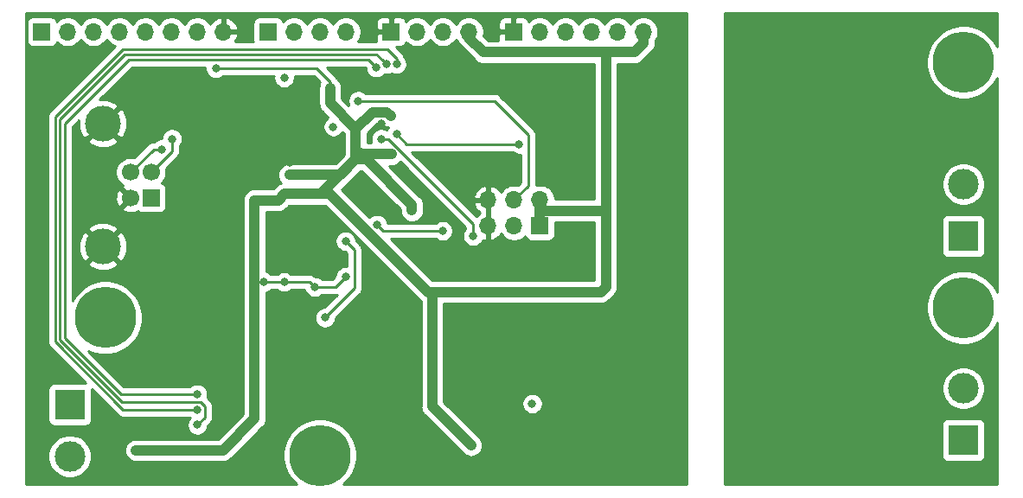
<source format=gbr>
G04 #@! TF.GenerationSoftware,KiCad,Pcbnew,5.1.5+dfsg1-2~bpo10+1*
G04 #@! TF.CreationDate,2020-05-02T00:01:12+02:00*
G04 #@! TF.ProjectId,reflow-controller,7265666c-6f77-42d6-936f-6e74726f6c6c,rev?*
G04 #@! TF.SameCoordinates,Original*
G04 #@! TF.FileFunction,Copper,L2,Bot*
G04 #@! TF.FilePolarity,Positive*
%FSLAX46Y46*%
G04 Gerber Fmt 4.6, Leading zero omitted, Abs format (unit mm)*
G04 Created by KiCad (PCBNEW 5.1.5+dfsg1-2~bpo10+1) date 2020-05-02 00:01:12*
%MOMM*%
%LPD*%
G04 APERTURE LIST*
%ADD10C,6.000000*%
%ADD11C,0.800000*%
%ADD12O,1.700000X1.700000*%
%ADD13R,1.700000X1.700000*%
%ADD14C,3.000000*%
%ADD15R,3.000000X3.000000*%
%ADD16C,3.500000*%
%ADD17C,1.700000*%
%ADD18C,0.250000*%
%ADD19C,1.000000*%
%ADD20C,0.254000*%
G04 APERTURE END LIST*
D10*
X145500000Y-152000000D03*
D11*
X147750000Y-152000000D03*
X147090990Y-153590990D03*
X145500000Y-154250000D03*
X143909010Y-153590990D03*
X143250000Y-152000000D03*
X143909010Y-150409010D03*
X145500000Y-149750000D03*
X147090990Y-150409010D03*
X126090990Y-136909010D03*
X124500000Y-136250000D03*
X122909010Y-136909010D03*
X122250000Y-138500000D03*
X122909010Y-140090990D03*
X124500000Y-140750000D03*
X126090990Y-140090990D03*
X126750000Y-138500000D03*
D10*
X124500000Y-138500000D03*
X208500000Y-113500000D03*
D11*
X210750000Y-113500000D03*
X210090990Y-115090990D03*
X208500000Y-115750000D03*
X206909010Y-115090990D03*
X206250000Y-113500000D03*
X206909010Y-111909010D03*
X208500000Y-111250000D03*
X210090990Y-111909010D03*
X210090990Y-135909010D03*
X208500000Y-135250000D03*
X206909010Y-135909010D03*
X206250000Y-137500000D03*
X206909010Y-139090990D03*
X208500000Y-139750000D03*
X210090990Y-139090990D03*
X210750000Y-137500000D03*
D10*
X208500000Y-137500000D03*
D12*
X161960000Y-126960000D03*
X161960000Y-129500000D03*
X164500000Y-126960000D03*
X164500000Y-129500000D03*
X167040000Y-126960000D03*
D13*
X167040000Y-129500000D03*
D14*
X208500000Y-125420000D03*
D15*
X208500000Y-130500000D03*
D14*
X208500000Y-145420000D03*
D15*
X208500000Y-150500000D03*
D14*
X121000000Y-152080000D03*
D15*
X121000000Y-147000000D03*
D16*
X124250000Y-119490000D03*
X124250000Y-131530000D03*
D17*
X126960000Y-126760000D03*
X126960000Y-124260000D03*
X128960000Y-124260000D03*
D13*
X128960000Y-126760000D03*
D12*
X177160000Y-110500000D03*
X174620000Y-110500000D03*
X172080000Y-110500000D03*
X169540000Y-110500000D03*
X167000000Y-110500000D03*
D13*
X164460000Y-110500000D03*
D12*
X136040000Y-110500000D03*
X133500000Y-110500000D03*
X130960000Y-110500000D03*
X128420000Y-110500000D03*
X125880000Y-110500000D03*
X123340000Y-110500000D03*
X120800000Y-110500000D03*
D13*
X118260000Y-110500000D03*
D12*
X148040000Y-110500000D03*
X145500000Y-110500000D03*
X142960000Y-110500000D03*
D13*
X140420000Y-110500000D03*
D12*
X160080000Y-110500000D03*
X157540000Y-110500000D03*
X155000000Y-110500000D03*
D13*
X152460000Y-110500000D03*
D11*
X142000000Y-115000000D03*
X150500000Y-144200000D03*
X151500000Y-119499996D03*
X153000000Y-128000000D03*
X157500000Y-124500000D03*
X161500000Y-114000000D03*
X168500000Y-117500000D03*
X119500000Y-113500000D03*
X134000000Y-117000000D03*
X138500000Y-124000000D03*
X160500000Y-142000000D03*
X168000000Y-132000000D03*
X179500000Y-127500000D03*
X175000000Y-150000000D03*
X164500000Y-142500000D03*
X167500000Y-141500000D03*
X119500000Y-142500000D03*
X128500000Y-149000000D03*
X156500000Y-127000000D03*
X157000000Y-113000000D03*
X180000000Y-110000000D03*
X160500000Y-134500000D03*
X142500000Y-123300008D03*
X149900000Y-111100000D03*
X117500000Y-154200000D03*
X180800000Y-154000000D03*
X126800000Y-116000000D03*
X167400000Y-123100000D03*
X176700000Y-143000000D03*
X180900000Y-133100000D03*
X143400000Y-144000000D03*
X151500000Y-136400000D03*
X168900000Y-151400000D03*
X172500000Y-143500000D03*
X152400000Y-151600000D03*
X128700000Y-141600000D03*
X136700000Y-141200000D03*
X129700000Y-132100000D03*
X136813500Y-131086500D03*
X138600000Y-118700000D03*
X123200000Y-125600000D03*
X117800000Y-127400000D03*
X153000000Y-120500000D03*
X165000000Y-121500000D03*
X154500000Y-128000000D03*
X142500000Y-124500000D03*
X152439808Y-118774990D03*
X152499990Y-122500000D03*
X146499990Y-116000000D03*
X148000000Y-134500000D03*
X145000000Y-135500000D03*
X140000000Y-135000000D03*
X127500000Y-151500000D03*
X173000000Y-136000000D03*
X173500000Y-115500000D03*
X139100000Y-127000000D03*
X142000008Y-135000000D03*
X160287504Y-150999996D03*
X135300000Y-114099994D03*
X133500000Y-147500000D03*
X153000000Y-113675021D03*
X133500000Y-149000000D03*
X152000000Y-113675021D03*
X151000000Y-114000000D03*
X133500000Y-146000000D03*
X146000000Y-138500000D03*
X148000000Y-131000000D03*
X130000000Y-122000000D03*
X131000000Y-121000000D03*
X146808801Y-119807000D03*
X151500000Y-121000000D03*
X160500000Y-130500000D03*
X157500000Y-130000004D03*
X151100000Y-129400000D03*
X166275001Y-146924999D03*
X149249269Y-117268976D03*
D18*
X154000000Y-121500000D02*
X165000000Y-121500000D01*
X153000000Y-120500000D02*
X154000000Y-121500000D01*
D19*
X147500000Y-124500000D02*
X142500000Y-124500000D01*
X149000000Y-123000000D02*
X147500000Y-124500000D01*
X149000000Y-122000000D02*
X149000000Y-123000000D01*
X149000000Y-120000000D02*
X149000000Y-122000000D01*
X150625009Y-118374991D02*
X152039809Y-118374991D01*
X149000000Y-120000000D02*
X150625009Y-118374991D01*
X152039809Y-118374991D02*
X152439808Y-118774990D01*
X149000000Y-122000000D02*
X149500000Y-122500000D01*
X149500000Y-122500000D02*
X151934305Y-122500000D01*
X151934305Y-122500000D02*
X152499990Y-122500000D01*
X150065685Y-123000000D02*
X149000000Y-123000000D01*
X154500000Y-128000000D02*
X154500000Y-127434315D01*
X154500000Y-127434315D02*
X150065685Y-123000000D01*
X173500000Y-135500000D02*
X173000000Y-136000000D01*
X173460000Y-128040000D02*
X173500000Y-128000000D01*
X173500000Y-128000000D02*
X173500000Y-135500000D01*
X173500000Y-115500000D02*
X173500000Y-128000000D01*
X167040000Y-128040000D02*
X173460000Y-128040000D01*
X167040000Y-126960000D02*
X167040000Y-128040000D01*
X167040000Y-128040000D02*
X167040000Y-129500000D01*
X173000000Y-136000000D02*
X156666740Y-136000000D01*
X156666740Y-136000000D02*
X156500000Y-136000000D01*
X156500000Y-136000000D02*
X156071998Y-136000000D01*
X149500000Y-122500000D02*
X145600000Y-126400000D01*
X156071998Y-136000000D02*
X146471998Y-126400000D01*
X142665685Y-126400000D02*
X141999999Y-126399999D01*
X139100000Y-127565685D02*
X139100000Y-127000000D01*
X145600000Y-126400000D02*
X142665685Y-126400000D01*
X141399998Y-127000000D02*
X139665685Y-127000000D01*
X146471998Y-126400000D02*
X142665685Y-126400000D01*
X139665685Y-127000000D02*
X139100000Y-127000000D01*
X136000000Y-151500000D02*
X139100000Y-148400000D01*
X141999999Y-126399999D02*
X141399998Y-127000000D01*
X127500000Y-151500000D02*
X136000000Y-151500000D01*
D18*
X139200000Y-135000000D02*
X140000000Y-135000000D01*
X139100000Y-134900000D02*
X139200000Y-135000000D01*
D19*
X139100000Y-148400000D02*
X139100000Y-134900000D01*
X139100000Y-134900000D02*
X139100000Y-127565685D01*
D18*
X140000000Y-135000000D02*
X142000008Y-135000000D01*
X144500000Y-135000000D02*
X145000000Y-135500000D01*
X142000008Y-135000000D02*
X144500000Y-135000000D01*
X147000000Y-135500000D02*
X148000000Y-134500000D01*
X145000000Y-135500000D02*
X147000000Y-135500000D01*
D19*
X173500000Y-112500000D02*
X173500000Y-115500000D01*
X175160000Y-112500000D02*
X173500000Y-112500000D01*
X177200000Y-110540000D02*
X177160000Y-110500000D01*
X177200000Y-111600000D02*
X177200000Y-110540000D01*
X176300000Y-112500000D02*
X177200000Y-111600000D01*
X175160000Y-112500000D02*
X176300000Y-112500000D01*
X161500000Y-112500000D02*
X175160000Y-112500000D01*
X160080000Y-111080000D02*
X161500000Y-112500000D01*
X160080000Y-110500000D02*
X160080000Y-111080000D01*
X156500000Y-136000000D02*
X156500000Y-147212492D01*
X156500000Y-147212492D02*
X159887505Y-150599997D01*
X159887505Y-150599997D02*
X160287504Y-150999996D01*
X146499990Y-116565685D02*
X146499990Y-116000000D01*
X149000000Y-120000000D02*
X146499990Y-117499990D01*
X146499990Y-117499990D02*
X146499990Y-116565685D01*
D18*
X145199994Y-114099994D02*
X135300000Y-114099994D01*
X146499990Y-115399990D02*
X145199994Y-114099994D01*
X146499990Y-116000000D02*
X146499990Y-115399990D01*
X119599978Y-118800022D02*
X126200000Y-112200000D01*
X153000000Y-113109336D02*
X153000000Y-113675021D01*
X152090664Y-112200000D02*
X153000000Y-113109336D01*
X119599978Y-140872800D02*
X119599978Y-118800022D01*
X126200000Y-112200000D02*
X152090664Y-112200000D01*
X126227178Y-147500000D02*
X119599978Y-140872800D01*
X133500000Y-147500000D02*
X126227178Y-147500000D01*
X151600001Y-113275022D02*
X152000000Y-113675021D01*
X126400000Y-112700000D02*
X151024979Y-112700000D01*
X120049989Y-140686400D02*
X120049989Y-119050011D01*
X126138588Y-146774999D02*
X120049989Y-140686400D01*
X151024979Y-112700000D02*
X151600001Y-113275022D01*
X133848001Y-146774999D02*
X126138588Y-146774999D01*
X120049989Y-119050011D02*
X126400000Y-112700000D01*
X134225001Y-147151999D02*
X133848001Y-146774999D01*
X134225001Y-148274999D02*
X134225001Y-147151999D01*
X133500000Y-149000000D02*
X134225001Y-148274999D01*
X126000000Y-146000000D02*
X132934315Y-146000000D01*
X132934315Y-146000000D02*
X133500000Y-146000000D01*
X120500000Y-140500000D02*
X126000000Y-146000000D01*
X120500000Y-119500000D02*
X120500000Y-140500000D01*
X126800000Y-113200000D02*
X120500000Y-119500000D01*
X150200000Y-113200000D02*
X126800000Y-113200000D01*
X151000000Y-114000000D02*
X150200000Y-113200000D01*
X148900000Y-131900000D02*
X148000000Y-131000000D01*
X148900000Y-135600000D02*
X148900000Y-131900000D01*
X146000000Y-138500000D02*
X148900000Y-135600000D01*
X129220000Y-122000000D02*
X126960000Y-124260000D01*
X130000000Y-122000000D02*
X129220000Y-122000000D01*
X131000000Y-122220000D02*
X128960000Y-124260000D01*
X131000000Y-121000000D02*
X131000000Y-122220000D01*
X160500000Y-129333270D02*
X160500000Y-130500000D01*
X152166730Y-121000000D02*
X160500000Y-129333270D01*
X151500000Y-121000000D02*
X152166730Y-121000000D01*
X157500000Y-130000004D02*
X151700004Y-130000004D01*
X151700004Y-130000004D02*
X151100000Y-129400000D01*
X149814954Y-117268976D02*
X149249269Y-117268976D01*
X162568976Y-117268976D02*
X149814954Y-117268976D01*
X165900000Y-120600000D02*
X162568976Y-117268976D01*
X165900000Y-125560000D02*
X165900000Y-120600000D01*
X164500000Y-126960000D02*
X165900000Y-125560000D01*
D20*
G36*
X181373000Y-154815000D02*
G01*
X147825666Y-154815000D01*
X148323489Y-154317177D01*
X148721295Y-153721818D01*
X148995309Y-153060290D01*
X149135000Y-152358016D01*
X149135000Y-151641984D01*
X148995309Y-150939710D01*
X148721295Y-150278182D01*
X148323489Y-149682823D01*
X147817177Y-149176511D01*
X147221818Y-148778705D01*
X146560290Y-148504691D01*
X145858016Y-148365000D01*
X145141984Y-148365000D01*
X144439710Y-148504691D01*
X143778182Y-148778705D01*
X143182823Y-149176511D01*
X142676511Y-149682823D01*
X142278705Y-150278182D01*
X142004691Y-150939710D01*
X141865000Y-151641984D01*
X141865000Y-152358016D01*
X142004691Y-153060290D01*
X142278705Y-153721818D01*
X142676511Y-154317177D01*
X143174334Y-154815000D01*
X116685000Y-154815000D01*
X116685000Y-151869721D01*
X118865000Y-151869721D01*
X118865000Y-152290279D01*
X118947047Y-152702756D01*
X119107988Y-153091302D01*
X119341637Y-153440983D01*
X119639017Y-153738363D01*
X119988698Y-153972012D01*
X120377244Y-154132953D01*
X120789721Y-154215000D01*
X121210279Y-154215000D01*
X121622756Y-154132953D01*
X122011302Y-153972012D01*
X122360983Y-153738363D01*
X122658363Y-153440983D01*
X122892012Y-153091302D01*
X123052953Y-152702756D01*
X123135000Y-152290279D01*
X123135000Y-151869721D01*
X123052953Y-151457244D01*
X122892012Y-151068698D01*
X122658363Y-150719017D01*
X122360983Y-150421637D01*
X122011302Y-150187988D01*
X121622756Y-150027047D01*
X121210279Y-149945000D01*
X120789721Y-149945000D01*
X120377244Y-150027047D01*
X119988698Y-150187988D01*
X119639017Y-150421637D01*
X119341637Y-150719017D01*
X119107988Y-151068698D01*
X118947047Y-151457244D01*
X118865000Y-151869721D01*
X116685000Y-151869721D01*
X116685000Y-109650000D01*
X116771928Y-109650000D01*
X116771928Y-111350000D01*
X116784188Y-111474482D01*
X116820498Y-111594180D01*
X116879463Y-111704494D01*
X116958815Y-111801185D01*
X117055506Y-111880537D01*
X117165820Y-111939502D01*
X117285518Y-111975812D01*
X117410000Y-111988072D01*
X119110000Y-111988072D01*
X119234482Y-111975812D01*
X119354180Y-111939502D01*
X119464494Y-111880537D01*
X119561185Y-111801185D01*
X119640537Y-111704494D01*
X119699502Y-111594180D01*
X119721513Y-111521620D01*
X119853368Y-111653475D01*
X120096589Y-111815990D01*
X120366842Y-111927932D01*
X120653740Y-111985000D01*
X120946260Y-111985000D01*
X121233158Y-111927932D01*
X121503411Y-111815990D01*
X121746632Y-111653475D01*
X121953475Y-111446632D01*
X122070000Y-111272240D01*
X122186525Y-111446632D01*
X122393368Y-111653475D01*
X122636589Y-111815990D01*
X122906842Y-111927932D01*
X123193740Y-111985000D01*
X123486260Y-111985000D01*
X123773158Y-111927932D01*
X124043411Y-111815990D01*
X124286632Y-111653475D01*
X124493475Y-111446632D01*
X124610000Y-111272240D01*
X124726525Y-111446632D01*
X124933368Y-111653475D01*
X125176589Y-111815990D01*
X125411786Y-111913412D01*
X119088976Y-118236223D01*
X119059978Y-118260021D01*
X119036180Y-118289019D01*
X119036179Y-118289020D01*
X118965004Y-118375746D01*
X118894432Y-118507776D01*
X118850976Y-118651037D01*
X118836302Y-118800022D01*
X118839979Y-118837355D01*
X118839978Y-140835478D01*
X118836302Y-140872800D01*
X118839978Y-140910122D01*
X118839978Y-140910132D01*
X118850975Y-141021785D01*
X118882585Y-141125990D01*
X118894432Y-141165046D01*
X118965004Y-141297076D01*
X118984945Y-141321374D01*
X119059977Y-141412801D01*
X119088981Y-141436604D01*
X122515867Y-144863491D01*
X122500000Y-144861928D01*
X119500000Y-144861928D01*
X119375518Y-144874188D01*
X119255820Y-144910498D01*
X119145506Y-144969463D01*
X119048815Y-145048815D01*
X118969463Y-145145506D01*
X118910498Y-145255820D01*
X118874188Y-145375518D01*
X118861928Y-145500000D01*
X118861928Y-148500000D01*
X118874188Y-148624482D01*
X118910498Y-148744180D01*
X118969463Y-148854494D01*
X119048815Y-148951185D01*
X119145506Y-149030537D01*
X119255820Y-149089502D01*
X119375518Y-149125812D01*
X119500000Y-149138072D01*
X122500000Y-149138072D01*
X122624482Y-149125812D01*
X122744180Y-149089502D01*
X122854494Y-149030537D01*
X122951185Y-148951185D01*
X123030537Y-148854494D01*
X123089502Y-148744180D01*
X123125812Y-148624482D01*
X123138072Y-148500000D01*
X123138072Y-145500000D01*
X123136509Y-145484133D01*
X125663379Y-148011003D01*
X125687177Y-148040001D01*
X125716175Y-148063799D01*
X125802901Y-148134974D01*
X125851173Y-148160776D01*
X125934931Y-148205546D01*
X126078192Y-148249003D01*
X126189845Y-148260000D01*
X126189854Y-148260000D01*
X126227177Y-148263676D01*
X126264500Y-148260000D01*
X132776289Y-148260000D01*
X132696063Y-148340226D01*
X132582795Y-148509744D01*
X132504774Y-148698102D01*
X132465000Y-148898061D01*
X132465000Y-149101939D01*
X132504774Y-149301898D01*
X132582795Y-149490256D01*
X132696063Y-149659774D01*
X132840226Y-149803937D01*
X133009744Y-149917205D01*
X133198102Y-149995226D01*
X133398061Y-150035000D01*
X133601939Y-150035000D01*
X133801898Y-149995226D01*
X133990256Y-149917205D01*
X134159774Y-149803937D01*
X134303937Y-149659774D01*
X134417205Y-149490256D01*
X134495226Y-149301898D01*
X134535000Y-149101939D01*
X134535000Y-149039802D01*
X134736005Y-148838797D01*
X134765002Y-148815000D01*
X134859975Y-148699275D01*
X134930547Y-148567246D01*
X134974004Y-148423985D01*
X134985001Y-148312332D01*
X134985001Y-148312323D01*
X134988677Y-148275000D01*
X134985001Y-148237677D01*
X134985001Y-147189332D01*
X134988678Y-147151999D01*
X134974004Y-147003013D01*
X134930547Y-146859752D01*
X134895644Y-146794454D01*
X134859975Y-146727723D01*
X134765002Y-146611998D01*
X134735998Y-146588195D01*
X134481892Y-146334089D01*
X134495226Y-146301898D01*
X134535000Y-146101939D01*
X134535000Y-145898061D01*
X134495226Y-145698102D01*
X134417205Y-145509744D01*
X134303937Y-145340226D01*
X134159774Y-145196063D01*
X133990256Y-145082795D01*
X133801898Y-145004774D01*
X133601939Y-144965000D01*
X133398061Y-144965000D01*
X133198102Y-145004774D01*
X133009744Y-145082795D01*
X132840226Y-145196063D01*
X132796289Y-145240000D01*
X126314802Y-145240000D01*
X122808764Y-141733962D01*
X123439710Y-141995309D01*
X124141984Y-142135000D01*
X124858016Y-142135000D01*
X125560290Y-141995309D01*
X126221818Y-141721295D01*
X126817177Y-141323489D01*
X127323489Y-140817177D01*
X127721295Y-140221818D01*
X127995309Y-139560290D01*
X128135000Y-138858016D01*
X128135000Y-138141984D01*
X127995309Y-137439710D01*
X127721295Y-136778182D01*
X127323489Y-136182823D01*
X126817177Y-135676511D01*
X126221818Y-135278705D01*
X125560290Y-135004691D01*
X124858016Y-134865000D01*
X124141984Y-134865000D01*
X123439710Y-135004691D01*
X122778182Y-135278705D01*
X122182823Y-135676511D01*
X121676511Y-136182823D01*
X121278705Y-136778182D01*
X121260000Y-136823340D01*
X121260000Y-133199609D01*
X122759997Y-133199609D01*
X122946073Y-133540766D01*
X123363409Y-133756513D01*
X123814815Y-133886696D01*
X124282946Y-133926313D01*
X124749811Y-133873842D01*
X125197468Y-133731297D01*
X125553927Y-133540766D01*
X125740003Y-133199609D01*
X124250000Y-131709605D01*
X122759997Y-133199609D01*
X121260000Y-133199609D01*
X121260000Y-131562946D01*
X121853687Y-131562946D01*
X121906158Y-132029811D01*
X122048703Y-132477468D01*
X122239234Y-132833927D01*
X122580391Y-133020003D01*
X124070395Y-131530000D01*
X124429605Y-131530000D01*
X125919609Y-133020003D01*
X126260766Y-132833927D01*
X126476513Y-132416591D01*
X126606696Y-131965185D01*
X126646313Y-131497054D01*
X126593842Y-131030189D01*
X126451297Y-130582532D01*
X126260766Y-130226073D01*
X125919609Y-130039997D01*
X124429605Y-131530000D01*
X124070395Y-131530000D01*
X122580391Y-130039997D01*
X122239234Y-130226073D01*
X122023487Y-130643409D01*
X121893304Y-131094815D01*
X121853687Y-131562946D01*
X121260000Y-131562946D01*
X121260000Y-129860391D01*
X122759997Y-129860391D01*
X124250000Y-131350395D01*
X125740003Y-129860391D01*
X125553927Y-129519234D01*
X125136591Y-129303487D01*
X124685185Y-129173304D01*
X124217054Y-129133687D01*
X123750189Y-129186158D01*
X123302532Y-129328703D01*
X122946073Y-129519234D01*
X122759997Y-129860391D01*
X121260000Y-129860391D01*
X121260000Y-126828531D01*
X125469389Y-126828531D01*
X125511401Y-127118019D01*
X125609081Y-127393747D01*
X125682528Y-127531157D01*
X125931603Y-127608792D01*
X126780395Y-126760000D01*
X125931603Y-125911208D01*
X125682528Y-125988843D01*
X125556629Y-126252883D01*
X125484661Y-126536411D01*
X125469389Y-126828531D01*
X121260000Y-126828531D01*
X121260000Y-124113740D01*
X125475000Y-124113740D01*
X125475000Y-124406260D01*
X125532068Y-124693158D01*
X125644010Y-124963411D01*
X125806525Y-125206632D01*
X126013368Y-125413475D01*
X126176410Y-125522416D01*
X126111208Y-125731603D01*
X126960000Y-126580395D01*
X126974143Y-126566253D01*
X127153748Y-126745858D01*
X127139605Y-126760000D01*
X127153748Y-126774143D01*
X126974143Y-126953748D01*
X126960000Y-126939605D01*
X126111208Y-127788397D01*
X126188843Y-128037472D01*
X126452883Y-128163371D01*
X126736411Y-128235339D01*
X127028531Y-128250611D01*
X127318019Y-128208599D01*
X127593747Y-128110919D01*
X127669850Y-128070241D01*
X127755506Y-128140537D01*
X127865820Y-128199502D01*
X127985518Y-128235812D01*
X128110000Y-128248072D01*
X129810000Y-128248072D01*
X129934482Y-128235812D01*
X130054180Y-128199502D01*
X130164494Y-128140537D01*
X130261185Y-128061185D01*
X130340537Y-127964494D01*
X130399502Y-127854180D01*
X130435812Y-127734482D01*
X130448072Y-127610000D01*
X130448072Y-125910000D01*
X130435812Y-125785518D01*
X130399502Y-125665820D01*
X130340537Y-125555506D01*
X130261185Y-125458815D01*
X130164494Y-125379463D01*
X130054180Y-125320498D01*
X130012310Y-125307797D01*
X130113475Y-125206632D01*
X130275990Y-124963411D01*
X130387932Y-124693158D01*
X130445000Y-124406260D01*
X130445000Y-124113740D01*
X130401209Y-123893592D01*
X131511003Y-122783799D01*
X131540001Y-122760001D01*
X131634974Y-122644276D01*
X131705546Y-122512247D01*
X131749003Y-122368986D01*
X131760000Y-122257333D01*
X131760000Y-122257325D01*
X131763676Y-122220000D01*
X131760000Y-122182675D01*
X131760000Y-121703711D01*
X131803937Y-121659774D01*
X131917205Y-121490256D01*
X131995226Y-121301898D01*
X132035000Y-121101939D01*
X132035000Y-120898061D01*
X131995226Y-120698102D01*
X131917205Y-120509744D01*
X131803937Y-120340226D01*
X131659774Y-120196063D01*
X131490256Y-120082795D01*
X131301898Y-120004774D01*
X131101939Y-119965000D01*
X130898061Y-119965000D01*
X130698102Y-120004774D01*
X130509744Y-120082795D01*
X130340226Y-120196063D01*
X130196063Y-120340226D01*
X130082795Y-120509744D01*
X130004774Y-120698102D01*
X129965000Y-120898061D01*
X129965000Y-120965000D01*
X129898061Y-120965000D01*
X129698102Y-121004774D01*
X129509744Y-121082795D01*
X129340226Y-121196063D01*
X129296289Y-121240000D01*
X129257325Y-121240000D01*
X129220000Y-121236324D01*
X129182675Y-121240000D01*
X129182667Y-121240000D01*
X129071014Y-121250997D01*
X128927753Y-121294454D01*
X128795724Y-121365026D01*
X128679999Y-121459999D01*
X128656201Y-121488997D01*
X127326408Y-122818791D01*
X127106260Y-122775000D01*
X126813740Y-122775000D01*
X126526842Y-122832068D01*
X126256589Y-122944010D01*
X126013368Y-123106525D01*
X125806525Y-123313368D01*
X125644010Y-123556589D01*
X125532068Y-123826842D01*
X125475000Y-124113740D01*
X121260000Y-124113740D01*
X121260000Y-121159609D01*
X122759997Y-121159609D01*
X122946073Y-121500766D01*
X123363409Y-121716513D01*
X123814815Y-121846696D01*
X124282946Y-121886313D01*
X124749811Y-121833842D01*
X125197468Y-121691297D01*
X125553927Y-121500766D01*
X125740003Y-121159609D01*
X124250000Y-119669605D01*
X122759997Y-121159609D01*
X121260000Y-121159609D01*
X121260000Y-119814801D01*
X121881592Y-119193209D01*
X121853687Y-119522946D01*
X121906158Y-119989811D01*
X122048703Y-120437468D01*
X122239234Y-120793927D01*
X122580391Y-120980003D01*
X124070395Y-119490000D01*
X124429605Y-119490000D01*
X125919609Y-120980003D01*
X126260766Y-120793927D01*
X126476513Y-120376591D01*
X126606696Y-119925185D01*
X126646313Y-119457054D01*
X126593842Y-118990189D01*
X126451297Y-118542532D01*
X126260766Y-118186073D01*
X125919609Y-117999997D01*
X124429605Y-119490000D01*
X124070395Y-119490000D01*
X124056252Y-119475858D01*
X124235858Y-119296252D01*
X124250000Y-119310395D01*
X125740003Y-117820391D01*
X125553927Y-117479234D01*
X125136591Y-117263487D01*
X124685185Y-117133304D01*
X124217054Y-117093687D01*
X123951240Y-117123562D01*
X127114803Y-113960000D01*
X134272570Y-113960000D01*
X134265000Y-113998055D01*
X134265000Y-114201933D01*
X134304774Y-114401892D01*
X134382795Y-114590250D01*
X134496063Y-114759768D01*
X134640226Y-114903931D01*
X134809744Y-115017199D01*
X134998102Y-115095220D01*
X135198061Y-115134994D01*
X135401939Y-115134994D01*
X135601898Y-115095220D01*
X135790256Y-115017199D01*
X135959774Y-114903931D01*
X136003711Y-114859994D01*
X140972572Y-114859994D01*
X140965000Y-114898061D01*
X140965000Y-115101939D01*
X141004774Y-115301898D01*
X141082795Y-115490256D01*
X141196063Y-115659774D01*
X141340226Y-115803937D01*
X141509744Y-115917205D01*
X141698102Y-115995226D01*
X141898061Y-116035000D01*
X142101939Y-116035000D01*
X142301898Y-115995226D01*
X142490256Y-115917205D01*
X142659774Y-115803937D01*
X142803937Y-115659774D01*
X142917205Y-115490256D01*
X142995226Y-115301898D01*
X143035000Y-115101939D01*
X143035000Y-114898061D01*
X143027428Y-114859994D01*
X144885193Y-114859994D01*
X145495929Y-115470730D01*
X145446314Y-115563553D01*
X145381413Y-115777501D01*
X145364990Y-115944248D01*
X145364990Y-117444239D01*
X145359499Y-117499990D01*
X145364990Y-117555741D01*
X145381413Y-117722488D01*
X145446314Y-117936436D01*
X145551706Y-118133613D01*
X145693541Y-118306439D01*
X145736855Y-118341986D01*
X146298235Y-118903366D01*
X146149027Y-119003063D01*
X146004864Y-119147226D01*
X145891596Y-119316744D01*
X145813575Y-119505102D01*
X145773801Y-119705061D01*
X145773801Y-119908939D01*
X145813575Y-120108898D01*
X145891596Y-120297256D01*
X146004864Y-120466774D01*
X146149027Y-120610937D01*
X146318545Y-120724205D01*
X146506903Y-120802226D01*
X146706862Y-120842000D01*
X146910740Y-120842000D01*
X147110699Y-120802226D01*
X147299057Y-120724205D01*
X147468575Y-120610937D01*
X147612738Y-120466774D01*
X147712435Y-120317567D01*
X147865000Y-120470132D01*
X147865001Y-121944239D01*
X147859509Y-122000000D01*
X147865000Y-122055751D01*
X147865000Y-122529868D01*
X147029868Y-123365000D01*
X142444248Y-123365000D01*
X142277501Y-123381423D01*
X142063553Y-123446324D01*
X141866377Y-123551716D01*
X141693551Y-123693551D01*
X141551716Y-123866377D01*
X141446324Y-124063553D01*
X141381423Y-124277501D01*
X141359509Y-124500000D01*
X141381423Y-124722499D01*
X141446324Y-124936447D01*
X141551716Y-125133623D01*
X141693551Y-125306449D01*
X141693941Y-125306769D01*
X141563552Y-125346323D01*
X141366377Y-125451715D01*
X141236856Y-125558010D01*
X141236854Y-125558012D01*
X141193552Y-125593549D01*
X141158012Y-125636854D01*
X140929866Y-125865000D01*
X139155752Y-125865000D01*
X139100000Y-125859509D01*
X139044249Y-125865000D01*
X139044248Y-125865000D01*
X138877501Y-125881423D01*
X138663553Y-125946324D01*
X138466377Y-126051716D01*
X138293551Y-126193551D01*
X138151716Y-126366377D01*
X138046324Y-126563553D01*
X137981423Y-126777501D01*
X137959509Y-127000000D01*
X137965000Y-127055752D01*
X137965000Y-127621436D01*
X137965001Y-127621446D01*
X137965000Y-134955751D01*
X137965001Y-134955761D01*
X137965000Y-147929868D01*
X135529869Y-150365000D01*
X127444248Y-150365000D01*
X127277501Y-150381423D01*
X127063553Y-150446324D01*
X126866377Y-150551716D01*
X126693551Y-150693551D01*
X126551716Y-150866377D01*
X126446324Y-151063553D01*
X126381423Y-151277501D01*
X126359509Y-151500000D01*
X126381423Y-151722499D01*
X126446324Y-151936447D01*
X126551716Y-152133623D01*
X126693551Y-152306449D01*
X126866377Y-152448284D01*
X127063553Y-152553676D01*
X127277501Y-152618577D01*
X127444248Y-152635000D01*
X135944249Y-152635000D01*
X136000000Y-152640491D01*
X136055751Y-152635000D01*
X136055752Y-152635000D01*
X136222499Y-152618577D01*
X136436447Y-152553676D01*
X136633623Y-152448284D01*
X136806449Y-152306449D01*
X136841996Y-152263135D01*
X139863141Y-149241991D01*
X139906449Y-149206449D01*
X140048284Y-149033623D01*
X140153676Y-148836447D01*
X140218577Y-148622499D01*
X140235000Y-148455752D01*
X140235000Y-148455751D01*
X140240491Y-148400001D01*
X140235000Y-148344249D01*
X140235000Y-136008533D01*
X140301898Y-135995226D01*
X140490256Y-135917205D01*
X140659774Y-135803937D01*
X140703711Y-135760000D01*
X141296297Y-135760000D01*
X141340234Y-135803937D01*
X141509752Y-135917205D01*
X141698110Y-135995226D01*
X141898069Y-136035000D01*
X142101947Y-136035000D01*
X142301906Y-135995226D01*
X142490264Y-135917205D01*
X142659782Y-135803937D01*
X142703719Y-135760000D01*
X143996440Y-135760000D01*
X144004774Y-135801898D01*
X144082795Y-135990256D01*
X144196063Y-136159774D01*
X144340226Y-136303937D01*
X144509744Y-136417205D01*
X144698102Y-136495226D01*
X144898061Y-136535000D01*
X145101939Y-136535000D01*
X145301898Y-136495226D01*
X145490256Y-136417205D01*
X145659774Y-136303937D01*
X145703711Y-136260000D01*
X146962678Y-136260000D01*
X147000000Y-136263676D01*
X147037322Y-136260000D01*
X147037333Y-136260000D01*
X147148986Y-136249003D01*
X147188043Y-136237155D01*
X145960199Y-137465000D01*
X145898061Y-137465000D01*
X145698102Y-137504774D01*
X145509744Y-137582795D01*
X145340226Y-137696063D01*
X145196063Y-137840226D01*
X145082795Y-138009744D01*
X145004774Y-138198102D01*
X144965000Y-138398061D01*
X144965000Y-138601939D01*
X145004774Y-138801898D01*
X145082795Y-138990256D01*
X145196063Y-139159774D01*
X145340226Y-139303937D01*
X145509744Y-139417205D01*
X145698102Y-139495226D01*
X145898061Y-139535000D01*
X146101939Y-139535000D01*
X146301898Y-139495226D01*
X146490256Y-139417205D01*
X146659774Y-139303937D01*
X146803937Y-139159774D01*
X146917205Y-138990256D01*
X146995226Y-138801898D01*
X147035000Y-138601939D01*
X147035000Y-138539801D01*
X149411004Y-136163798D01*
X149440001Y-136140001D01*
X149534974Y-136024276D01*
X149605546Y-135892247D01*
X149649003Y-135748986D01*
X149660000Y-135637333D01*
X149660000Y-135637324D01*
X149663676Y-135600001D01*
X149660000Y-135562678D01*
X149660000Y-131937322D01*
X149663676Y-131899999D01*
X149660000Y-131862676D01*
X149660000Y-131862667D01*
X149649003Y-131751014D01*
X149605546Y-131607753D01*
X149534974Y-131475724D01*
X149440001Y-131359999D01*
X149411003Y-131336201D01*
X149035000Y-130960198D01*
X149035000Y-130898061D01*
X148995226Y-130698102D01*
X148917205Y-130509744D01*
X148803937Y-130340226D01*
X148659774Y-130196063D01*
X148490256Y-130082795D01*
X148301898Y-130004774D01*
X148101939Y-129965000D01*
X147898061Y-129965000D01*
X147698102Y-130004774D01*
X147509744Y-130082795D01*
X147340226Y-130196063D01*
X147196063Y-130340226D01*
X147082795Y-130509744D01*
X147004774Y-130698102D01*
X146965000Y-130898061D01*
X146965000Y-131101939D01*
X147004774Y-131301898D01*
X147082795Y-131490256D01*
X147196063Y-131659774D01*
X147340226Y-131803937D01*
X147509744Y-131917205D01*
X147698102Y-131995226D01*
X147898061Y-132035000D01*
X147960198Y-132035000D01*
X148140001Y-132214803D01*
X148140001Y-133472571D01*
X148101939Y-133465000D01*
X147898061Y-133465000D01*
X147698102Y-133504774D01*
X147509744Y-133582795D01*
X147340226Y-133696063D01*
X147196063Y-133840226D01*
X147082795Y-134009744D01*
X147004774Y-134198102D01*
X146965000Y-134398061D01*
X146965000Y-134460198D01*
X146685199Y-134740000D01*
X145703711Y-134740000D01*
X145659774Y-134696063D01*
X145490256Y-134582795D01*
X145301898Y-134504774D01*
X145101939Y-134465000D01*
X145044105Y-134465000D01*
X145040001Y-134459999D01*
X144924276Y-134365026D01*
X144792247Y-134294454D01*
X144648986Y-134250997D01*
X144537333Y-134240000D01*
X144537322Y-134240000D01*
X144500000Y-134236324D01*
X144462678Y-134240000D01*
X142703719Y-134240000D01*
X142659782Y-134196063D01*
X142490264Y-134082795D01*
X142301906Y-134004774D01*
X142101947Y-133965000D01*
X141898069Y-133965000D01*
X141698110Y-134004774D01*
X141509752Y-134082795D01*
X141340234Y-134196063D01*
X141296297Y-134240000D01*
X140703711Y-134240000D01*
X140659774Y-134196063D01*
X140490256Y-134082795D01*
X140301898Y-134004774D01*
X140235000Y-133991467D01*
X140235000Y-128135000D01*
X141344247Y-128135000D01*
X141399998Y-128140491D01*
X141455749Y-128135000D01*
X141455750Y-128135000D01*
X141622497Y-128118577D01*
X141836445Y-128053676D01*
X142033621Y-127948284D01*
X142206447Y-127806449D01*
X142241993Y-127763136D01*
X142470130Y-127534999D01*
X142609930Y-127535000D01*
X145544249Y-127535000D01*
X145600000Y-127540491D01*
X145655751Y-127535000D01*
X146001867Y-127535000D01*
X155230007Y-136763141D01*
X155265549Y-136806449D01*
X155365000Y-136888067D01*
X155365001Y-147156731D01*
X155359509Y-147212492D01*
X155381423Y-147434990D01*
X155446324Y-147648938D01*
X155489084Y-147728936D01*
X155551717Y-147846115D01*
X155693552Y-148018941D01*
X155736860Y-148054483D01*
X159124361Y-151441986D01*
X159124372Y-151441995D01*
X159524361Y-151841984D01*
X159653882Y-151948279D01*
X159851058Y-152053672D01*
X160065005Y-152118573D01*
X160287503Y-152140487D01*
X160510002Y-152118573D01*
X160723950Y-152053672D01*
X160921126Y-151948279D01*
X161093952Y-151806444D01*
X161235787Y-151633618D01*
X161341180Y-151436442D01*
X161406081Y-151222494D01*
X161427995Y-150999995D01*
X161406081Y-150777497D01*
X161341180Y-150563550D01*
X161235787Y-150366374D01*
X161129492Y-150236853D01*
X160729503Y-149836864D01*
X160729494Y-149836853D01*
X157715700Y-146823060D01*
X165240001Y-146823060D01*
X165240001Y-147026938D01*
X165279775Y-147226897D01*
X165357796Y-147415255D01*
X165471064Y-147584773D01*
X165615227Y-147728936D01*
X165784745Y-147842204D01*
X165973103Y-147920225D01*
X166173062Y-147959999D01*
X166376940Y-147959999D01*
X166576899Y-147920225D01*
X166765257Y-147842204D01*
X166934775Y-147728936D01*
X167078938Y-147584773D01*
X167192206Y-147415255D01*
X167270227Y-147226897D01*
X167310001Y-147026938D01*
X167310001Y-146823060D01*
X167270227Y-146623101D01*
X167192206Y-146434743D01*
X167078938Y-146265225D01*
X166934775Y-146121062D01*
X166765257Y-146007794D01*
X166576899Y-145929773D01*
X166376940Y-145889999D01*
X166173062Y-145889999D01*
X165973103Y-145929773D01*
X165784745Y-146007794D01*
X165615227Y-146121062D01*
X165471064Y-146265225D01*
X165357796Y-146434743D01*
X165279775Y-146623101D01*
X165240001Y-146823060D01*
X157715700Y-146823060D01*
X157635000Y-146742361D01*
X157635000Y-137135000D01*
X172944249Y-137135000D01*
X173000000Y-137140491D01*
X173055751Y-137135000D01*
X173055752Y-137135000D01*
X173222499Y-137118577D01*
X173436447Y-137053676D01*
X173633623Y-136948284D01*
X173806449Y-136806449D01*
X173841996Y-136763135D01*
X174263135Y-136341996D01*
X174306449Y-136306449D01*
X174448284Y-136133623D01*
X174553676Y-135936447D01*
X174618577Y-135722499D01*
X174635000Y-135555752D01*
X174640491Y-135500000D01*
X174635000Y-135444248D01*
X174635000Y-128055751D01*
X174640491Y-128000000D01*
X174635000Y-127944248D01*
X174635000Y-113635000D01*
X176244249Y-113635000D01*
X176300000Y-113640491D01*
X176355751Y-113635000D01*
X176355752Y-113635000D01*
X176522499Y-113618577D01*
X176736447Y-113553676D01*
X176933623Y-113448284D01*
X177106449Y-113306449D01*
X177141995Y-113263136D01*
X177963140Y-112441992D01*
X178006449Y-112406449D01*
X178148284Y-112233623D01*
X178253676Y-112036447D01*
X178318577Y-111822499D01*
X178335000Y-111655752D01*
X178335000Y-111655745D01*
X178340490Y-111600001D01*
X178335000Y-111544257D01*
X178335000Y-111414418D01*
X178475990Y-111203411D01*
X178587932Y-110933158D01*
X178645000Y-110646260D01*
X178645000Y-110353740D01*
X178587932Y-110066842D01*
X178475990Y-109796589D01*
X178313475Y-109553368D01*
X178106632Y-109346525D01*
X177863411Y-109184010D01*
X177593158Y-109072068D01*
X177306260Y-109015000D01*
X177013740Y-109015000D01*
X176726842Y-109072068D01*
X176456589Y-109184010D01*
X176213368Y-109346525D01*
X176006525Y-109553368D01*
X175890000Y-109727760D01*
X175773475Y-109553368D01*
X175566632Y-109346525D01*
X175323411Y-109184010D01*
X175053158Y-109072068D01*
X174766260Y-109015000D01*
X174473740Y-109015000D01*
X174186842Y-109072068D01*
X173916589Y-109184010D01*
X173673368Y-109346525D01*
X173466525Y-109553368D01*
X173350000Y-109727760D01*
X173233475Y-109553368D01*
X173026632Y-109346525D01*
X172783411Y-109184010D01*
X172513158Y-109072068D01*
X172226260Y-109015000D01*
X171933740Y-109015000D01*
X171646842Y-109072068D01*
X171376589Y-109184010D01*
X171133368Y-109346525D01*
X170926525Y-109553368D01*
X170810000Y-109727760D01*
X170693475Y-109553368D01*
X170486632Y-109346525D01*
X170243411Y-109184010D01*
X169973158Y-109072068D01*
X169686260Y-109015000D01*
X169393740Y-109015000D01*
X169106842Y-109072068D01*
X168836589Y-109184010D01*
X168593368Y-109346525D01*
X168386525Y-109553368D01*
X168270000Y-109727760D01*
X168153475Y-109553368D01*
X167946632Y-109346525D01*
X167703411Y-109184010D01*
X167433158Y-109072068D01*
X167146260Y-109015000D01*
X166853740Y-109015000D01*
X166566842Y-109072068D01*
X166296589Y-109184010D01*
X166053368Y-109346525D01*
X165921513Y-109478380D01*
X165899502Y-109405820D01*
X165840537Y-109295506D01*
X165761185Y-109198815D01*
X165664494Y-109119463D01*
X165554180Y-109060498D01*
X165434482Y-109024188D01*
X165310000Y-109011928D01*
X164745750Y-109015000D01*
X164587000Y-109173750D01*
X164587000Y-110373000D01*
X164607000Y-110373000D01*
X164607000Y-110627000D01*
X164587000Y-110627000D01*
X164587000Y-110647000D01*
X164333000Y-110647000D01*
X164333000Y-110627000D01*
X163133750Y-110627000D01*
X162975000Y-110785750D01*
X162971928Y-111350000D01*
X162973405Y-111365000D01*
X161970132Y-111365000D01*
X161512969Y-110907837D01*
X161565000Y-110646260D01*
X161565000Y-110353740D01*
X161507932Y-110066842D01*
X161395990Y-109796589D01*
X161298043Y-109650000D01*
X162971928Y-109650000D01*
X162975000Y-110214250D01*
X163133750Y-110373000D01*
X164333000Y-110373000D01*
X164333000Y-109173750D01*
X164174250Y-109015000D01*
X163610000Y-109011928D01*
X163485518Y-109024188D01*
X163365820Y-109060498D01*
X163255506Y-109119463D01*
X163158815Y-109198815D01*
X163079463Y-109295506D01*
X163020498Y-109405820D01*
X162984188Y-109525518D01*
X162971928Y-109650000D01*
X161298043Y-109650000D01*
X161233475Y-109553368D01*
X161026632Y-109346525D01*
X160783411Y-109184010D01*
X160513158Y-109072068D01*
X160226260Y-109015000D01*
X159933740Y-109015000D01*
X159646842Y-109072068D01*
X159376589Y-109184010D01*
X159133368Y-109346525D01*
X158926525Y-109553368D01*
X158810000Y-109727760D01*
X158693475Y-109553368D01*
X158486632Y-109346525D01*
X158243411Y-109184010D01*
X157973158Y-109072068D01*
X157686260Y-109015000D01*
X157393740Y-109015000D01*
X157106842Y-109072068D01*
X156836589Y-109184010D01*
X156593368Y-109346525D01*
X156386525Y-109553368D01*
X156270000Y-109727760D01*
X156153475Y-109553368D01*
X155946632Y-109346525D01*
X155703411Y-109184010D01*
X155433158Y-109072068D01*
X155146260Y-109015000D01*
X154853740Y-109015000D01*
X154566842Y-109072068D01*
X154296589Y-109184010D01*
X154053368Y-109346525D01*
X153921513Y-109478380D01*
X153899502Y-109405820D01*
X153840537Y-109295506D01*
X153761185Y-109198815D01*
X153664494Y-109119463D01*
X153554180Y-109060498D01*
X153434482Y-109024188D01*
X153310000Y-109011928D01*
X152745750Y-109015000D01*
X152587000Y-109173750D01*
X152587000Y-110373000D01*
X152607000Y-110373000D01*
X152607000Y-110627000D01*
X152587000Y-110627000D01*
X152587000Y-110647000D01*
X152333000Y-110647000D01*
X152333000Y-110627000D01*
X151133750Y-110627000D01*
X150975000Y-110785750D01*
X150971928Y-111350000D01*
X150980792Y-111440000D01*
X149197906Y-111440000D01*
X149355990Y-111203411D01*
X149467932Y-110933158D01*
X149525000Y-110646260D01*
X149525000Y-110353740D01*
X149467932Y-110066842D01*
X149355990Y-109796589D01*
X149258043Y-109650000D01*
X150971928Y-109650000D01*
X150975000Y-110214250D01*
X151133750Y-110373000D01*
X152333000Y-110373000D01*
X152333000Y-109173750D01*
X152174250Y-109015000D01*
X151610000Y-109011928D01*
X151485518Y-109024188D01*
X151365820Y-109060498D01*
X151255506Y-109119463D01*
X151158815Y-109198815D01*
X151079463Y-109295506D01*
X151020498Y-109405820D01*
X150984188Y-109525518D01*
X150971928Y-109650000D01*
X149258043Y-109650000D01*
X149193475Y-109553368D01*
X148986632Y-109346525D01*
X148743411Y-109184010D01*
X148473158Y-109072068D01*
X148186260Y-109015000D01*
X147893740Y-109015000D01*
X147606842Y-109072068D01*
X147336589Y-109184010D01*
X147093368Y-109346525D01*
X146886525Y-109553368D01*
X146770000Y-109727760D01*
X146653475Y-109553368D01*
X146446632Y-109346525D01*
X146203411Y-109184010D01*
X145933158Y-109072068D01*
X145646260Y-109015000D01*
X145353740Y-109015000D01*
X145066842Y-109072068D01*
X144796589Y-109184010D01*
X144553368Y-109346525D01*
X144346525Y-109553368D01*
X144230000Y-109727760D01*
X144113475Y-109553368D01*
X143906632Y-109346525D01*
X143663411Y-109184010D01*
X143393158Y-109072068D01*
X143106260Y-109015000D01*
X142813740Y-109015000D01*
X142526842Y-109072068D01*
X142256589Y-109184010D01*
X142013368Y-109346525D01*
X141881513Y-109478380D01*
X141859502Y-109405820D01*
X141800537Y-109295506D01*
X141721185Y-109198815D01*
X141624494Y-109119463D01*
X141514180Y-109060498D01*
X141394482Y-109024188D01*
X141270000Y-109011928D01*
X139570000Y-109011928D01*
X139445518Y-109024188D01*
X139325820Y-109060498D01*
X139215506Y-109119463D01*
X139118815Y-109198815D01*
X139039463Y-109295506D01*
X138980498Y-109405820D01*
X138944188Y-109525518D01*
X138931928Y-109650000D01*
X138931928Y-111350000D01*
X138940792Y-111440000D01*
X137182316Y-111440000D01*
X137235178Y-111381355D01*
X137384157Y-111131252D01*
X137481481Y-110856891D01*
X137360814Y-110627000D01*
X136167000Y-110627000D01*
X136167000Y-110647000D01*
X135913000Y-110647000D01*
X135913000Y-110627000D01*
X135893000Y-110627000D01*
X135893000Y-110373000D01*
X135913000Y-110373000D01*
X135913000Y-109179845D01*
X136167000Y-109179845D01*
X136167000Y-110373000D01*
X137360814Y-110373000D01*
X137481481Y-110143109D01*
X137384157Y-109868748D01*
X137235178Y-109618645D01*
X137040269Y-109402412D01*
X136806920Y-109228359D01*
X136544099Y-109103175D01*
X136396890Y-109058524D01*
X136167000Y-109179845D01*
X135913000Y-109179845D01*
X135683110Y-109058524D01*
X135535901Y-109103175D01*
X135273080Y-109228359D01*
X135039731Y-109402412D01*
X134844822Y-109618645D01*
X134775195Y-109735534D01*
X134653475Y-109553368D01*
X134446632Y-109346525D01*
X134203411Y-109184010D01*
X133933158Y-109072068D01*
X133646260Y-109015000D01*
X133353740Y-109015000D01*
X133066842Y-109072068D01*
X132796589Y-109184010D01*
X132553368Y-109346525D01*
X132346525Y-109553368D01*
X132230000Y-109727760D01*
X132113475Y-109553368D01*
X131906632Y-109346525D01*
X131663411Y-109184010D01*
X131393158Y-109072068D01*
X131106260Y-109015000D01*
X130813740Y-109015000D01*
X130526842Y-109072068D01*
X130256589Y-109184010D01*
X130013368Y-109346525D01*
X129806525Y-109553368D01*
X129690000Y-109727760D01*
X129573475Y-109553368D01*
X129366632Y-109346525D01*
X129123411Y-109184010D01*
X128853158Y-109072068D01*
X128566260Y-109015000D01*
X128273740Y-109015000D01*
X127986842Y-109072068D01*
X127716589Y-109184010D01*
X127473368Y-109346525D01*
X127266525Y-109553368D01*
X127150000Y-109727760D01*
X127033475Y-109553368D01*
X126826632Y-109346525D01*
X126583411Y-109184010D01*
X126313158Y-109072068D01*
X126026260Y-109015000D01*
X125733740Y-109015000D01*
X125446842Y-109072068D01*
X125176589Y-109184010D01*
X124933368Y-109346525D01*
X124726525Y-109553368D01*
X124610000Y-109727760D01*
X124493475Y-109553368D01*
X124286632Y-109346525D01*
X124043411Y-109184010D01*
X123773158Y-109072068D01*
X123486260Y-109015000D01*
X123193740Y-109015000D01*
X122906842Y-109072068D01*
X122636589Y-109184010D01*
X122393368Y-109346525D01*
X122186525Y-109553368D01*
X122070000Y-109727760D01*
X121953475Y-109553368D01*
X121746632Y-109346525D01*
X121503411Y-109184010D01*
X121233158Y-109072068D01*
X120946260Y-109015000D01*
X120653740Y-109015000D01*
X120366842Y-109072068D01*
X120096589Y-109184010D01*
X119853368Y-109346525D01*
X119721513Y-109478380D01*
X119699502Y-109405820D01*
X119640537Y-109295506D01*
X119561185Y-109198815D01*
X119464494Y-109119463D01*
X119354180Y-109060498D01*
X119234482Y-109024188D01*
X119110000Y-109011928D01*
X117410000Y-109011928D01*
X117285518Y-109024188D01*
X117165820Y-109060498D01*
X117055506Y-109119463D01*
X116958815Y-109198815D01*
X116879463Y-109295506D01*
X116820498Y-109405820D01*
X116784188Y-109525518D01*
X116771928Y-109650000D01*
X116685000Y-109650000D01*
X116685000Y-108685000D01*
X181373000Y-108685000D01*
X181373000Y-154815000D01*
G37*
X181373000Y-154815000D02*
X147825666Y-154815000D01*
X148323489Y-154317177D01*
X148721295Y-153721818D01*
X148995309Y-153060290D01*
X149135000Y-152358016D01*
X149135000Y-151641984D01*
X148995309Y-150939710D01*
X148721295Y-150278182D01*
X148323489Y-149682823D01*
X147817177Y-149176511D01*
X147221818Y-148778705D01*
X146560290Y-148504691D01*
X145858016Y-148365000D01*
X145141984Y-148365000D01*
X144439710Y-148504691D01*
X143778182Y-148778705D01*
X143182823Y-149176511D01*
X142676511Y-149682823D01*
X142278705Y-150278182D01*
X142004691Y-150939710D01*
X141865000Y-151641984D01*
X141865000Y-152358016D01*
X142004691Y-153060290D01*
X142278705Y-153721818D01*
X142676511Y-154317177D01*
X143174334Y-154815000D01*
X116685000Y-154815000D01*
X116685000Y-151869721D01*
X118865000Y-151869721D01*
X118865000Y-152290279D01*
X118947047Y-152702756D01*
X119107988Y-153091302D01*
X119341637Y-153440983D01*
X119639017Y-153738363D01*
X119988698Y-153972012D01*
X120377244Y-154132953D01*
X120789721Y-154215000D01*
X121210279Y-154215000D01*
X121622756Y-154132953D01*
X122011302Y-153972012D01*
X122360983Y-153738363D01*
X122658363Y-153440983D01*
X122892012Y-153091302D01*
X123052953Y-152702756D01*
X123135000Y-152290279D01*
X123135000Y-151869721D01*
X123052953Y-151457244D01*
X122892012Y-151068698D01*
X122658363Y-150719017D01*
X122360983Y-150421637D01*
X122011302Y-150187988D01*
X121622756Y-150027047D01*
X121210279Y-149945000D01*
X120789721Y-149945000D01*
X120377244Y-150027047D01*
X119988698Y-150187988D01*
X119639017Y-150421637D01*
X119341637Y-150719017D01*
X119107988Y-151068698D01*
X118947047Y-151457244D01*
X118865000Y-151869721D01*
X116685000Y-151869721D01*
X116685000Y-109650000D01*
X116771928Y-109650000D01*
X116771928Y-111350000D01*
X116784188Y-111474482D01*
X116820498Y-111594180D01*
X116879463Y-111704494D01*
X116958815Y-111801185D01*
X117055506Y-111880537D01*
X117165820Y-111939502D01*
X117285518Y-111975812D01*
X117410000Y-111988072D01*
X119110000Y-111988072D01*
X119234482Y-111975812D01*
X119354180Y-111939502D01*
X119464494Y-111880537D01*
X119561185Y-111801185D01*
X119640537Y-111704494D01*
X119699502Y-111594180D01*
X119721513Y-111521620D01*
X119853368Y-111653475D01*
X120096589Y-111815990D01*
X120366842Y-111927932D01*
X120653740Y-111985000D01*
X120946260Y-111985000D01*
X121233158Y-111927932D01*
X121503411Y-111815990D01*
X121746632Y-111653475D01*
X121953475Y-111446632D01*
X122070000Y-111272240D01*
X122186525Y-111446632D01*
X122393368Y-111653475D01*
X122636589Y-111815990D01*
X122906842Y-111927932D01*
X123193740Y-111985000D01*
X123486260Y-111985000D01*
X123773158Y-111927932D01*
X124043411Y-111815990D01*
X124286632Y-111653475D01*
X124493475Y-111446632D01*
X124610000Y-111272240D01*
X124726525Y-111446632D01*
X124933368Y-111653475D01*
X125176589Y-111815990D01*
X125411786Y-111913412D01*
X119088976Y-118236223D01*
X119059978Y-118260021D01*
X119036180Y-118289019D01*
X119036179Y-118289020D01*
X118965004Y-118375746D01*
X118894432Y-118507776D01*
X118850976Y-118651037D01*
X118836302Y-118800022D01*
X118839979Y-118837355D01*
X118839978Y-140835478D01*
X118836302Y-140872800D01*
X118839978Y-140910122D01*
X118839978Y-140910132D01*
X118850975Y-141021785D01*
X118882585Y-141125990D01*
X118894432Y-141165046D01*
X118965004Y-141297076D01*
X118984945Y-141321374D01*
X119059977Y-141412801D01*
X119088981Y-141436604D01*
X122515867Y-144863491D01*
X122500000Y-144861928D01*
X119500000Y-144861928D01*
X119375518Y-144874188D01*
X119255820Y-144910498D01*
X119145506Y-144969463D01*
X119048815Y-145048815D01*
X118969463Y-145145506D01*
X118910498Y-145255820D01*
X118874188Y-145375518D01*
X118861928Y-145500000D01*
X118861928Y-148500000D01*
X118874188Y-148624482D01*
X118910498Y-148744180D01*
X118969463Y-148854494D01*
X119048815Y-148951185D01*
X119145506Y-149030537D01*
X119255820Y-149089502D01*
X119375518Y-149125812D01*
X119500000Y-149138072D01*
X122500000Y-149138072D01*
X122624482Y-149125812D01*
X122744180Y-149089502D01*
X122854494Y-149030537D01*
X122951185Y-148951185D01*
X123030537Y-148854494D01*
X123089502Y-148744180D01*
X123125812Y-148624482D01*
X123138072Y-148500000D01*
X123138072Y-145500000D01*
X123136509Y-145484133D01*
X125663379Y-148011003D01*
X125687177Y-148040001D01*
X125716175Y-148063799D01*
X125802901Y-148134974D01*
X125851173Y-148160776D01*
X125934931Y-148205546D01*
X126078192Y-148249003D01*
X126189845Y-148260000D01*
X126189854Y-148260000D01*
X126227177Y-148263676D01*
X126264500Y-148260000D01*
X132776289Y-148260000D01*
X132696063Y-148340226D01*
X132582795Y-148509744D01*
X132504774Y-148698102D01*
X132465000Y-148898061D01*
X132465000Y-149101939D01*
X132504774Y-149301898D01*
X132582795Y-149490256D01*
X132696063Y-149659774D01*
X132840226Y-149803937D01*
X133009744Y-149917205D01*
X133198102Y-149995226D01*
X133398061Y-150035000D01*
X133601939Y-150035000D01*
X133801898Y-149995226D01*
X133990256Y-149917205D01*
X134159774Y-149803937D01*
X134303937Y-149659774D01*
X134417205Y-149490256D01*
X134495226Y-149301898D01*
X134535000Y-149101939D01*
X134535000Y-149039802D01*
X134736005Y-148838797D01*
X134765002Y-148815000D01*
X134859975Y-148699275D01*
X134930547Y-148567246D01*
X134974004Y-148423985D01*
X134985001Y-148312332D01*
X134985001Y-148312323D01*
X134988677Y-148275000D01*
X134985001Y-148237677D01*
X134985001Y-147189332D01*
X134988678Y-147151999D01*
X134974004Y-147003013D01*
X134930547Y-146859752D01*
X134895644Y-146794454D01*
X134859975Y-146727723D01*
X134765002Y-146611998D01*
X134735998Y-146588195D01*
X134481892Y-146334089D01*
X134495226Y-146301898D01*
X134535000Y-146101939D01*
X134535000Y-145898061D01*
X134495226Y-145698102D01*
X134417205Y-145509744D01*
X134303937Y-145340226D01*
X134159774Y-145196063D01*
X133990256Y-145082795D01*
X133801898Y-145004774D01*
X133601939Y-144965000D01*
X133398061Y-144965000D01*
X133198102Y-145004774D01*
X133009744Y-145082795D01*
X132840226Y-145196063D01*
X132796289Y-145240000D01*
X126314802Y-145240000D01*
X122808764Y-141733962D01*
X123439710Y-141995309D01*
X124141984Y-142135000D01*
X124858016Y-142135000D01*
X125560290Y-141995309D01*
X126221818Y-141721295D01*
X126817177Y-141323489D01*
X127323489Y-140817177D01*
X127721295Y-140221818D01*
X127995309Y-139560290D01*
X128135000Y-138858016D01*
X128135000Y-138141984D01*
X127995309Y-137439710D01*
X127721295Y-136778182D01*
X127323489Y-136182823D01*
X126817177Y-135676511D01*
X126221818Y-135278705D01*
X125560290Y-135004691D01*
X124858016Y-134865000D01*
X124141984Y-134865000D01*
X123439710Y-135004691D01*
X122778182Y-135278705D01*
X122182823Y-135676511D01*
X121676511Y-136182823D01*
X121278705Y-136778182D01*
X121260000Y-136823340D01*
X121260000Y-133199609D01*
X122759997Y-133199609D01*
X122946073Y-133540766D01*
X123363409Y-133756513D01*
X123814815Y-133886696D01*
X124282946Y-133926313D01*
X124749811Y-133873842D01*
X125197468Y-133731297D01*
X125553927Y-133540766D01*
X125740003Y-133199609D01*
X124250000Y-131709605D01*
X122759997Y-133199609D01*
X121260000Y-133199609D01*
X121260000Y-131562946D01*
X121853687Y-131562946D01*
X121906158Y-132029811D01*
X122048703Y-132477468D01*
X122239234Y-132833927D01*
X122580391Y-133020003D01*
X124070395Y-131530000D01*
X124429605Y-131530000D01*
X125919609Y-133020003D01*
X126260766Y-132833927D01*
X126476513Y-132416591D01*
X126606696Y-131965185D01*
X126646313Y-131497054D01*
X126593842Y-131030189D01*
X126451297Y-130582532D01*
X126260766Y-130226073D01*
X125919609Y-130039997D01*
X124429605Y-131530000D01*
X124070395Y-131530000D01*
X122580391Y-130039997D01*
X122239234Y-130226073D01*
X122023487Y-130643409D01*
X121893304Y-131094815D01*
X121853687Y-131562946D01*
X121260000Y-131562946D01*
X121260000Y-129860391D01*
X122759997Y-129860391D01*
X124250000Y-131350395D01*
X125740003Y-129860391D01*
X125553927Y-129519234D01*
X125136591Y-129303487D01*
X124685185Y-129173304D01*
X124217054Y-129133687D01*
X123750189Y-129186158D01*
X123302532Y-129328703D01*
X122946073Y-129519234D01*
X122759997Y-129860391D01*
X121260000Y-129860391D01*
X121260000Y-126828531D01*
X125469389Y-126828531D01*
X125511401Y-127118019D01*
X125609081Y-127393747D01*
X125682528Y-127531157D01*
X125931603Y-127608792D01*
X126780395Y-126760000D01*
X125931603Y-125911208D01*
X125682528Y-125988843D01*
X125556629Y-126252883D01*
X125484661Y-126536411D01*
X125469389Y-126828531D01*
X121260000Y-126828531D01*
X121260000Y-124113740D01*
X125475000Y-124113740D01*
X125475000Y-124406260D01*
X125532068Y-124693158D01*
X125644010Y-124963411D01*
X125806525Y-125206632D01*
X126013368Y-125413475D01*
X126176410Y-125522416D01*
X126111208Y-125731603D01*
X126960000Y-126580395D01*
X126974143Y-126566253D01*
X127153748Y-126745858D01*
X127139605Y-126760000D01*
X127153748Y-126774143D01*
X126974143Y-126953748D01*
X126960000Y-126939605D01*
X126111208Y-127788397D01*
X126188843Y-128037472D01*
X126452883Y-128163371D01*
X126736411Y-128235339D01*
X127028531Y-128250611D01*
X127318019Y-128208599D01*
X127593747Y-128110919D01*
X127669850Y-128070241D01*
X127755506Y-128140537D01*
X127865820Y-128199502D01*
X127985518Y-128235812D01*
X128110000Y-128248072D01*
X129810000Y-128248072D01*
X129934482Y-128235812D01*
X130054180Y-128199502D01*
X130164494Y-128140537D01*
X130261185Y-128061185D01*
X130340537Y-127964494D01*
X130399502Y-127854180D01*
X130435812Y-127734482D01*
X130448072Y-127610000D01*
X130448072Y-125910000D01*
X130435812Y-125785518D01*
X130399502Y-125665820D01*
X130340537Y-125555506D01*
X130261185Y-125458815D01*
X130164494Y-125379463D01*
X130054180Y-125320498D01*
X130012310Y-125307797D01*
X130113475Y-125206632D01*
X130275990Y-124963411D01*
X130387932Y-124693158D01*
X130445000Y-124406260D01*
X130445000Y-124113740D01*
X130401209Y-123893592D01*
X131511003Y-122783799D01*
X131540001Y-122760001D01*
X131634974Y-122644276D01*
X131705546Y-122512247D01*
X131749003Y-122368986D01*
X131760000Y-122257333D01*
X131760000Y-122257325D01*
X131763676Y-122220000D01*
X131760000Y-122182675D01*
X131760000Y-121703711D01*
X131803937Y-121659774D01*
X131917205Y-121490256D01*
X131995226Y-121301898D01*
X132035000Y-121101939D01*
X132035000Y-120898061D01*
X131995226Y-120698102D01*
X131917205Y-120509744D01*
X131803937Y-120340226D01*
X131659774Y-120196063D01*
X131490256Y-120082795D01*
X131301898Y-120004774D01*
X131101939Y-119965000D01*
X130898061Y-119965000D01*
X130698102Y-120004774D01*
X130509744Y-120082795D01*
X130340226Y-120196063D01*
X130196063Y-120340226D01*
X130082795Y-120509744D01*
X130004774Y-120698102D01*
X129965000Y-120898061D01*
X129965000Y-120965000D01*
X129898061Y-120965000D01*
X129698102Y-121004774D01*
X129509744Y-121082795D01*
X129340226Y-121196063D01*
X129296289Y-121240000D01*
X129257325Y-121240000D01*
X129220000Y-121236324D01*
X129182675Y-121240000D01*
X129182667Y-121240000D01*
X129071014Y-121250997D01*
X128927753Y-121294454D01*
X128795724Y-121365026D01*
X128679999Y-121459999D01*
X128656201Y-121488997D01*
X127326408Y-122818791D01*
X127106260Y-122775000D01*
X126813740Y-122775000D01*
X126526842Y-122832068D01*
X126256589Y-122944010D01*
X126013368Y-123106525D01*
X125806525Y-123313368D01*
X125644010Y-123556589D01*
X125532068Y-123826842D01*
X125475000Y-124113740D01*
X121260000Y-124113740D01*
X121260000Y-121159609D01*
X122759997Y-121159609D01*
X122946073Y-121500766D01*
X123363409Y-121716513D01*
X123814815Y-121846696D01*
X124282946Y-121886313D01*
X124749811Y-121833842D01*
X125197468Y-121691297D01*
X125553927Y-121500766D01*
X125740003Y-121159609D01*
X124250000Y-119669605D01*
X122759997Y-121159609D01*
X121260000Y-121159609D01*
X121260000Y-119814801D01*
X121881592Y-119193209D01*
X121853687Y-119522946D01*
X121906158Y-119989811D01*
X122048703Y-120437468D01*
X122239234Y-120793927D01*
X122580391Y-120980003D01*
X124070395Y-119490000D01*
X124429605Y-119490000D01*
X125919609Y-120980003D01*
X126260766Y-120793927D01*
X126476513Y-120376591D01*
X126606696Y-119925185D01*
X126646313Y-119457054D01*
X126593842Y-118990189D01*
X126451297Y-118542532D01*
X126260766Y-118186073D01*
X125919609Y-117999997D01*
X124429605Y-119490000D01*
X124070395Y-119490000D01*
X124056252Y-119475858D01*
X124235858Y-119296252D01*
X124250000Y-119310395D01*
X125740003Y-117820391D01*
X125553927Y-117479234D01*
X125136591Y-117263487D01*
X124685185Y-117133304D01*
X124217054Y-117093687D01*
X123951240Y-117123562D01*
X127114803Y-113960000D01*
X134272570Y-113960000D01*
X134265000Y-113998055D01*
X134265000Y-114201933D01*
X134304774Y-114401892D01*
X134382795Y-114590250D01*
X134496063Y-114759768D01*
X134640226Y-114903931D01*
X134809744Y-115017199D01*
X134998102Y-115095220D01*
X135198061Y-115134994D01*
X135401939Y-115134994D01*
X135601898Y-115095220D01*
X135790256Y-115017199D01*
X135959774Y-114903931D01*
X136003711Y-114859994D01*
X140972572Y-114859994D01*
X140965000Y-114898061D01*
X140965000Y-115101939D01*
X141004774Y-115301898D01*
X141082795Y-115490256D01*
X141196063Y-115659774D01*
X141340226Y-115803937D01*
X141509744Y-115917205D01*
X141698102Y-115995226D01*
X141898061Y-116035000D01*
X142101939Y-116035000D01*
X142301898Y-115995226D01*
X142490256Y-115917205D01*
X142659774Y-115803937D01*
X142803937Y-115659774D01*
X142917205Y-115490256D01*
X142995226Y-115301898D01*
X143035000Y-115101939D01*
X143035000Y-114898061D01*
X143027428Y-114859994D01*
X144885193Y-114859994D01*
X145495929Y-115470730D01*
X145446314Y-115563553D01*
X145381413Y-115777501D01*
X145364990Y-115944248D01*
X145364990Y-117444239D01*
X145359499Y-117499990D01*
X145364990Y-117555741D01*
X145381413Y-117722488D01*
X145446314Y-117936436D01*
X145551706Y-118133613D01*
X145693541Y-118306439D01*
X145736855Y-118341986D01*
X146298235Y-118903366D01*
X146149027Y-119003063D01*
X146004864Y-119147226D01*
X145891596Y-119316744D01*
X145813575Y-119505102D01*
X145773801Y-119705061D01*
X145773801Y-119908939D01*
X145813575Y-120108898D01*
X145891596Y-120297256D01*
X146004864Y-120466774D01*
X146149027Y-120610937D01*
X146318545Y-120724205D01*
X146506903Y-120802226D01*
X146706862Y-120842000D01*
X146910740Y-120842000D01*
X147110699Y-120802226D01*
X147299057Y-120724205D01*
X147468575Y-120610937D01*
X147612738Y-120466774D01*
X147712435Y-120317567D01*
X147865000Y-120470132D01*
X147865001Y-121944239D01*
X147859509Y-122000000D01*
X147865000Y-122055751D01*
X147865000Y-122529868D01*
X147029868Y-123365000D01*
X142444248Y-123365000D01*
X142277501Y-123381423D01*
X142063553Y-123446324D01*
X141866377Y-123551716D01*
X141693551Y-123693551D01*
X141551716Y-123866377D01*
X141446324Y-124063553D01*
X141381423Y-124277501D01*
X141359509Y-124500000D01*
X141381423Y-124722499D01*
X141446324Y-124936447D01*
X141551716Y-125133623D01*
X141693551Y-125306449D01*
X141693941Y-125306769D01*
X141563552Y-125346323D01*
X141366377Y-125451715D01*
X141236856Y-125558010D01*
X141236854Y-125558012D01*
X141193552Y-125593549D01*
X141158012Y-125636854D01*
X140929866Y-125865000D01*
X139155752Y-125865000D01*
X139100000Y-125859509D01*
X139044249Y-125865000D01*
X139044248Y-125865000D01*
X138877501Y-125881423D01*
X138663553Y-125946324D01*
X138466377Y-126051716D01*
X138293551Y-126193551D01*
X138151716Y-126366377D01*
X138046324Y-126563553D01*
X137981423Y-126777501D01*
X137959509Y-127000000D01*
X137965000Y-127055752D01*
X137965000Y-127621436D01*
X137965001Y-127621446D01*
X137965000Y-134955751D01*
X137965001Y-134955761D01*
X137965000Y-147929868D01*
X135529869Y-150365000D01*
X127444248Y-150365000D01*
X127277501Y-150381423D01*
X127063553Y-150446324D01*
X126866377Y-150551716D01*
X126693551Y-150693551D01*
X126551716Y-150866377D01*
X126446324Y-151063553D01*
X126381423Y-151277501D01*
X126359509Y-151500000D01*
X126381423Y-151722499D01*
X126446324Y-151936447D01*
X126551716Y-152133623D01*
X126693551Y-152306449D01*
X126866377Y-152448284D01*
X127063553Y-152553676D01*
X127277501Y-152618577D01*
X127444248Y-152635000D01*
X135944249Y-152635000D01*
X136000000Y-152640491D01*
X136055751Y-152635000D01*
X136055752Y-152635000D01*
X136222499Y-152618577D01*
X136436447Y-152553676D01*
X136633623Y-152448284D01*
X136806449Y-152306449D01*
X136841996Y-152263135D01*
X139863141Y-149241991D01*
X139906449Y-149206449D01*
X140048284Y-149033623D01*
X140153676Y-148836447D01*
X140218577Y-148622499D01*
X140235000Y-148455752D01*
X140235000Y-148455751D01*
X140240491Y-148400001D01*
X140235000Y-148344249D01*
X140235000Y-136008533D01*
X140301898Y-135995226D01*
X140490256Y-135917205D01*
X140659774Y-135803937D01*
X140703711Y-135760000D01*
X141296297Y-135760000D01*
X141340234Y-135803937D01*
X141509752Y-135917205D01*
X141698110Y-135995226D01*
X141898069Y-136035000D01*
X142101947Y-136035000D01*
X142301906Y-135995226D01*
X142490264Y-135917205D01*
X142659782Y-135803937D01*
X142703719Y-135760000D01*
X143996440Y-135760000D01*
X144004774Y-135801898D01*
X144082795Y-135990256D01*
X144196063Y-136159774D01*
X144340226Y-136303937D01*
X144509744Y-136417205D01*
X144698102Y-136495226D01*
X144898061Y-136535000D01*
X145101939Y-136535000D01*
X145301898Y-136495226D01*
X145490256Y-136417205D01*
X145659774Y-136303937D01*
X145703711Y-136260000D01*
X146962678Y-136260000D01*
X147000000Y-136263676D01*
X147037322Y-136260000D01*
X147037333Y-136260000D01*
X147148986Y-136249003D01*
X147188043Y-136237155D01*
X145960199Y-137465000D01*
X145898061Y-137465000D01*
X145698102Y-137504774D01*
X145509744Y-137582795D01*
X145340226Y-137696063D01*
X145196063Y-137840226D01*
X145082795Y-138009744D01*
X145004774Y-138198102D01*
X144965000Y-138398061D01*
X144965000Y-138601939D01*
X145004774Y-138801898D01*
X145082795Y-138990256D01*
X145196063Y-139159774D01*
X145340226Y-139303937D01*
X145509744Y-139417205D01*
X145698102Y-139495226D01*
X145898061Y-139535000D01*
X146101939Y-139535000D01*
X146301898Y-139495226D01*
X146490256Y-139417205D01*
X146659774Y-139303937D01*
X146803937Y-139159774D01*
X146917205Y-138990256D01*
X146995226Y-138801898D01*
X147035000Y-138601939D01*
X147035000Y-138539801D01*
X149411004Y-136163798D01*
X149440001Y-136140001D01*
X149534974Y-136024276D01*
X149605546Y-135892247D01*
X149649003Y-135748986D01*
X149660000Y-135637333D01*
X149660000Y-135637324D01*
X149663676Y-135600001D01*
X149660000Y-135562678D01*
X149660000Y-131937322D01*
X149663676Y-131899999D01*
X149660000Y-131862676D01*
X149660000Y-131862667D01*
X149649003Y-131751014D01*
X149605546Y-131607753D01*
X149534974Y-131475724D01*
X149440001Y-131359999D01*
X149411003Y-131336201D01*
X149035000Y-130960198D01*
X149035000Y-130898061D01*
X148995226Y-130698102D01*
X148917205Y-130509744D01*
X148803937Y-130340226D01*
X148659774Y-130196063D01*
X148490256Y-130082795D01*
X148301898Y-130004774D01*
X148101939Y-129965000D01*
X147898061Y-129965000D01*
X147698102Y-130004774D01*
X147509744Y-130082795D01*
X147340226Y-130196063D01*
X147196063Y-130340226D01*
X147082795Y-130509744D01*
X147004774Y-130698102D01*
X146965000Y-130898061D01*
X146965000Y-131101939D01*
X147004774Y-131301898D01*
X147082795Y-131490256D01*
X147196063Y-131659774D01*
X147340226Y-131803937D01*
X147509744Y-131917205D01*
X147698102Y-131995226D01*
X147898061Y-132035000D01*
X147960198Y-132035000D01*
X148140001Y-132214803D01*
X148140001Y-133472571D01*
X148101939Y-133465000D01*
X147898061Y-133465000D01*
X147698102Y-133504774D01*
X147509744Y-133582795D01*
X147340226Y-133696063D01*
X147196063Y-133840226D01*
X147082795Y-134009744D01*
X147004774Y-134198102D01*
X146965000Y-134398061D01*
X146965000Y-134460198D01*
X146685199Y-134740000D01*
X145703711Y-134740000D01*
X145659774Y-134696063D01*
X145490256Y-134582795D01*
X145301898Y-134504774D01*
X145101939Y-134465000D01*
X145044105Y-134465000D01*
X145040001Y-134459999D01*
X144924276Y-134365026D01*
X144792247Y-134294454D01*
X144648986Y-134250997D01*
X144537333Y-134240000D01*
X144537322Y-134240000D01*
X144500000Y-134236324D01*
X144462678Y-134240000D01*
X142703719Y-134240000D01*
X142659782Y-134196063D01*
X142490264Y-134082795D01*
X142301906Y-134004774D01*
X142101947Y-133965000D01*
X141898069Y-133965000D01*
X141698110Y-134004774D01*
X141509752Y-134082795D01*
X141340234Y-134196063D01*
X141296297Y-134240000D01*
X140703711Y-134240000D01*
X140659774Y-134196063D01*
X140490256Y-134082795D01*
X140301898Y-134004774D01*
X140235000Y-133991467D01*
X140235000Y-128135000D01*
X141344247Y-128135000D01*
X141399998Y-128140491D01*
X141455749Y-128135000D01*
X141455750Y-128135000D01*
X141622497Y-128118577D01*
X141836445Y-128053676D01*
X142033621Y-127948284D01*
X142206447Y-127806449D01*
X142241993Y-127763136D01*
X142470130Y-127534999D01*
X142609930Y-127535000D01*
X145544249Y-127535000D01*
X145600000Y-127540491D01*
X145655751Y-127535000D01*
X146001867Y-127535000D01*
X155230007Y-136763141D01*
X155265549Y-136806449D01*
X155365000Y-136888067D01*
X155365001Y-147156731D01*
X155359509Y-147212492D01*
X155381423Y-147434990D01*
X155446324Y-147648938D01*
X155489084Y-147728936D01*
X155551717Y-147846115D01*
X155693552Y-148018941D01*
X155736860Y-148054483D01*
X159124361Y-151441986D01*
X159124372Y-151441995D01*
X159524361Y-151841984D01*
X159653882Y-151948279D01*
X159851058Y-152053672D01*
X160065005Y-152118573D01*
X160287503Y-152140487D01*
X160510002Y-152118573D01*
X160723950Y-152053672D01*
X160921126Y-151948279D01*
X161093952Y-151806444D01*
X161235787Y-151633618D01*
X161341180Y-151436442D01*
X161406081Y-151222494D01*
X161427995Y-150999995D01*
X161406081Y-150777497D01*
X161341180Y-150563550D01*
X161235787Y-150366374D01*
X161129492Y-150236853D01*
X160729503Y-149836864D01*
X160729494Y-149836853D01*
X157715700Y-146823060D01*
X165240001Y-146823060D01*
X165240001Y-147026938D01*
X165279775Y-147226897D01*
X165357796Y-147415255D01*
X165471064Y-147584773D01*
X165615227Y-147728936D01*
X165784745Y-147842204D01*
X165973103Y-147920225D01*
X166173062Y-147959999D01*
X166376940Y-147959999D01*
X166576899Y-147920225D01*
X166765257Y-147842204D01*
X166934775Y-147728936D01*
X167078938Y-147584773D01*
X167192206Y-147415255D01*
X167270227Y-147226897D01*
X167310001Y-147026938D01*
X167310001Y-146823060D01*
X167270227Y-146623101D01*
X167192206Y-146434743D01*
X167078938Y-146265225D01*
X166934775Y-146121062D01*
X166765257Y-146007794D01*
X166576899Y-145929773D01*
X166376940Y-145889999D01*
X166173062Y-145889999D01*
X165973103Y-145929773D01*
X165784745Y-146007794D01*
X165615227Y-146121062D01*
X165471064Y-146265225D01*
X165357796Y-146434743D01*
X165279775Y-146623101D01*
X165240001Y-146823060D01*
X157715700Y-146823060D01*
X157635000Y-146742361D01*
X157635000Y-137135000D01*
X172944249Y-137135000D01*
X173000000Y-137140491D01*
X173055751Y-137135000D01*
X173055752Y-137135000D01*
X173222499Y-137118577D01*
X173436447Y-137053676D01*
X173633623Y-136948284D01*
X173806449Y-136806449D01*
X173841996Y-136763135D01*
X174263135Y-136341996D01*
X174306449Y-136306449D01*
X174448284Y-136133623D01*
X174553676Y-135936447D01*
X174618577Y-135722499D01*
X174635000Y-135555752D01*
X174640491Y-135500000D01*
X174635000Y-135444248D01*
X174635000Y-128055751D01*
X174640491Y-128000000D01*
X174635000Y-127944248D01*
X174635000Y-113635000D01*
X176244249Y-113635000D01*
X176300000Y-113640491D01*
X176355751Y-113635000D01*
X176355752Y-113635000D01*
X176522499Y-113618577D01*
X176736447Y-113553676D01*
X176933623Y-113448284D01*
X177106449Y-113306449D01*
X177141995Y-113263136D01*
X177963140Y-112441992D01*
X178006449Y-112406449D01*
X178148284Y-112233623D01*
X178253676Y-112036447D01*
X178318577Y-111822499D01*
X178335000Y-111655752D01*
X178335000Y-111655745D01*
X178340490Y-111600001D01*
X178335000Y-111544257D01*
X178335000Y-111414418D01*
X178475990Y-111203411D01*
X178587932Y-110933158D01*
X178645000Y-110646260D01*
X178645000Y-110353740D01*
X178587932Y-110066842D01*
X178475990Y-109796589D01*
X178313475Y-109553368D01*
X178106632Y-109346525D01*
X177863411Y-109184010D01*
X177593158Y-109072068D01*
X177306260Y-109015000D01*
X177013740Y-109015000D01*
X176726842Y-109072068D01*
X176456589Y-109184010D01*
X176213368Y-109346525D01*
X176006525Y-109553368D01*
X175890000Y-109727760D01*
X175773475Y-109553368D01*
X175566632Y-109346525D01*
X175323411Y-109184010D01*
X175053158Y-109072068D01*
X174766260Y-109015000D01*
X174473740Y-109015000D01*
X174186842Y-109072068D01*
X173916589Y-109184010D01*
X173673368Y-109346525D01*
X173466525Y-109553368D01*
X173350000Y-109727760D01*
X173233475Y-109553368D01*
X173026632Y-109346525D01*
X172783411Y-109184010D01*
X172513158Y-109072068D01*
X172226260Y-109015000D01*
X171933740Y-109015000D01*
X171646842Y-109072068D01*
X171376589Y-109184010D01*
X171133368Y-109346525D01*
X170926525Y-109553368D01*
X170810000Y-109727760D01*
X170693475Y-109553368D01*
X170486632Y-109346525D01*
X170243411Y-109184010D01*
X169973158Y-109072068D01*
X169686260Y-109015000D01*
X169393740Y-109015000D01*
X169106842Y-109072068D01*
X168836589Y-109184010D01*
X168593368Y-109346525D01*
X168386525Y-109553368D01*
X168270000Y-109727760D01*
X168153475Y-109553368D01*
X167946632Y-109346525D01*
X167703411Y-109184010D01*
X167433158Y-109072068D01*
X167146260Y-109015000D01*
X166853740Y-109015000D01*
X166566842Y-109072068D01*
X166296589Y-109184010D01*
X166053368Y-109346525D01*
X165921513Y-109478380D01*
X165899502Y-109405820D01*
X165840537Y-109295506D01*
X165761185Y-109198815D01*
X165664494Y-109119463D01*
X165554180Y-109060498D01*
X165434482Y-109024188D01*
X165310000Y-109011928D01*
X164745750Y-109015000D01*
X164587000Y-109173750D01*
X164587000Y-110373000D01*
X164607000Y-110373000D01*
X164607000Y-110627000D01*
X164587000Y-110627000D01*
X164587000Y-110647000D01*
X164333000Y-110647000D01*
X164333000Y-110627000D01*
X163133750Y-110627000D01*
X162975000Y-110785750D01*
X162971928Y-111350000D01*
X162973405Y-111365000D01*
X161970132Y-111365000D01*
X161512969Y-110907837D01*
X161565000Y-110646260D01*
X161565000Y-110353740D01*
X161507932Y-110066842D01*
X161395990Y-109796589D01*
X161298043Y-109650000D01*
X162971928Y-109650000D01*
X162975000Y-110214250D01*
X163133750Y-110373000D01*
X164333000Y-110373000D01*
X164333000Y-109173750D01*
X164174250Y-109015000D01*
X163610000Y-109011928D01*
X163485518Y-109024188D01*
X163365820Y-109060498D01*
X163255506Y-109119463D01*
X163158815Y-109198815D01*
X163079463Y-109295506D01*
X163020498Y-109405820D01*
X162984188Y-109525518D01*
X162971928Y-109650000D01*
X161298043Y-109650000D01*
X161233475Y-109553368D01*
X161026632Y-109346525D01*
X160783411Y-109184010D01*
X160513158Y-109072068D01*
X160226260Y-109015000D01*
X159933740Y-109015000D01*
X159646842Y-109072068D01*
X159376589Y-109184010D01*
X159133368Y-109346525D01*
X158926525Y-109553368D01*
X158810000Y-109727760D01*
X158693475Y-109553368D01*
X158486632Y-109346525D01*
X158243411Y-109184010D01*
X157973158Y-109072068D01*
X157686260Y-109015000D01*
X157393740Y-109015000D01*
X157106842Y-109072068D01*
X156836589Y-109184010D01*
X156593368Y-109346525D01*
X156386525Y-109553368D01*
X156270000Y-109727760D01*
X156153475Y-109553368D01*
X155946632Y-109346525D01*
X155703411Y-109184010D01*
X155433158Y-109072068D01*
X155146260Y-109015000D01*
X154853740Y-109015000D01*
X154566842Y-109072068D01*
X154296589Y-109184010D01*
X154053368Y-109346525D01*
X153921513Y-109478380D01*
X153899502Y-109405820D01*
X153840537Y-109295506D01*
X153761185Y-109198815D01*
X153664494Y-109119463D01*
X153554180Y-109060498D01*
X153434482Y-109024188D01*
X153310000Y-109011928D01*
X152745750Y-109015000D01*
X152587000Y-109173750D01*
X152587000Y-110373000D01*
X152607000Y-110373000D01*
X152607000Y-110627000D01*
X152587000Y-110627000D01*
X152587000Y-110647000D01*
X152333000Y-110647000D01*
X152333000Y-110627000D01*
X151133750Y-110627000D01*
X150975000Y-110785750D01*
X150971928Y-111350000D01*
X150980792Y-111440000D01*
X149197906Y-111440000D01*
X149355990Y-111203411D01*
X149467932Y-110933158D01*
X149525000Y-110646260D01*
X149525000Y-110353740D01*
X149467932Y-110066842D01*
X149355990Y-109796589D01*
X149258043Y-109650000D01*
X150971928Y-109650000D01*
X150975000Y-110214250D01*
X151133750Y-110373000D01*
X152333000Y-110373000D01*
X152333000Y-109173750D01*
X152174250Y-109015000D01*
X151610000Y-109011928D01*
X151485518Y-109024188D01*
X151365820Y-109060498D01*
X151255506Y-109119463D01*
X151158815Y-109198815D01*
X151079463Y-109295506D01*
X151020498Y-109405820D01*
X150984188Y-109525518D01*
X150971928Y-109650000D01*
X149258043Y-109650000D01*
X149193475Y-109553368D01*
X148986632Y-109346525D01*
X148743411Y-109184010D01*
X148473158Y-109072068D01*
X148186260Y-109015000D01*
X147893740Y-109015000D01*
X147606842Y-109072068D01*
X147336589Y-109184010D01*
X147093368Y-109346525D01*
X146886525Y-109553368D01*
X146770000Y-109727760D01*
X146653475Y-109553368D01*
X146446632Y-109346525D01*
X146203411Y-109184010D01*
X145933158Y-109072068D01*
X145646260Y-109015000D01*
X145353740Y-109015000D01*
X145066842Y-109072068D01*
X144796589Y-109184010D01*
X144553368Y-109346525D01*
X144346525Y-109553368D01*
X144230000Y-109727760D01*
X144113475Y-109553368D01*
X143906632Y-109346525D01*
X143663411Y-109184010D01*
X143393158Y-109072068D01*
X143106260Y-109015000D01*
X142813740Y-109015000D01*
X142526842Y-109072068D01*
X142256589Y-109184010D01*
X142013368Y-109346525D01*
X141881513Y-109478380D01*
X141859502Y-109405820D01*
X141800537Y-109295506D01*
X141721185Y-109198815D01*
X141624494Y-109119463D01*
X141514180Y-109060498D01*
X141394482Y-109024188D01*
X141270000Y-109011928D01*
X139570000Y-109011928D01*
X139445518Y-109024188D01*
X139325820Y-109060498D01*
X139215506Y-109119463D01*
X139118815Y-109198815D01*
X139039463Y-109295506D01*
X138980498Y-109405820D01*
X138944188Y-109525518D01*
X138931928Y-109650000D01*
X138931928Y-111350000D01*
X138940792Y-111440000D01*
X137182316Y-111440000D01*
X137235178Y-111381355D01*
X137384157Y-111131252D01*
X137481481Y-110856891D01*
X137360814Y-110627000D01*
X136167000Y-110627000D01*
X136167000Y-110647000D01*
X135913000Y-110647000D01*
X135913000Y-110627000D01*
X135893000Y-110627000D01*
X135893000Y-110373000D01*
X135913000Y-110373000D01*
X135913000Y-109179845D01*
X136167000Y-109179845D01*
X136167000Y-110373000D01*
X137360814Y-110373000D01*
X137481481Y-110143109D01*
X137384157Y-109868748D01*
X137235178Y-109618645D01*
X137040269Y-109402412D01*
X136806920Y-109228359D01*
X136544099Y-109103175D01*
X136396890Y-109058524D01*
X136167000Y-109179845D01*
X135913000Y-109179845D01*
X135683110Y-109058524D01*
X135535901Y-109103175D01*
X135273080Y-109228359D01*
X135039731Y-109402412D01*
X134844822Y-109618645D01*
X134775195Y-109735534D01*
X134653475Y-109553368D01*
X134446632Y-109346525D01*
X134203411Y-109184010D01*
X133933158Y-109072068D01*
X133646260Y-109015000D01*
X133353740Y-109015000D01*
X133066842Y-109072068D01*
X132796589Y-109184010D01*
X132553368Y-109346525D01*
X132346525Y-109553368D01*
X132230000Y-109727760D01*
X132113475Y-109553368D01*
X131906632Y-109346525D01*
X131663411Y-109184010D01*
X131393158Y-109072068D01*
X131106260Y-109015000D01*
X130813740Y-109015000D01*
X130526842Y-109072068D01*
X130256589Y-109184010D01*
X130013368Y-109346525D01*
X129806525Y-109553368D01*
X129690000Y-109727760D01*
X129573475Y-109553368D01*
X129366632Y-109346525D01*
X129123411Y-109184010D01*
X128853158Y-109072068D01*
X128566260Y-109015000D01*
X128273740Y-109015000D01*
X127986842Y-109072068D01*
X127716589Y-109184010D01*
X127473368Y-109346525D01*
X127266525Y-109553368D01*
X127150000Y-109727760D01*
X127033475Y-109553368D01*
X126826632Y-109346525D01*
X126583411Y-109184010D01*
X126313158Y-109072068D01*
X126026260Y-109015000D01*
X125733740Y-109015000D01*
X125446842Y-109072068D01*
X125176589Y-109184010D01*
X124933368Y-109346525D01*
X124726525Y-109553368D01*
X124610000Y-109727760D01*
X124493475Y-109553368D01*
X124286632Y-109346525D01*
X124043411Y-109184010D01*
X123773158Y-109072068D01*
X123486260Y-109015000D01*
X123193740Y-109015000D01*
X122906842Y-109072068D01*
X122636589Y-109184010D01*
X122393368Y-109346525D01*
X122186525Y-109553368D01*
X122070000Y-109727760D01*
X121953475Y-109553368D01*
X121746632Y-109346525D01*
X121503411Y-109184010D01*
X121233158Y-109072068D01*
X120946260Y-109015000D01*
X120653740Y-109015000D01*
X120366842Y-109072068D01*
X120096589Y-109184010D01*
X119853368Y-109346525D01*
X119721513Y-109478380D01*
X119699502Y-109405820D01*
X119640537Y-109295506D01*
X119561185Y-109198815D01*
X119464494Y-109119463D01*
X119354180Y-109060498D01*
X119234482Y-109024188D01*
X119110000Y-109011928D01*
X117410000Y-109011928D01*
X117285518Y-109024188D01*
X117165820Y-109060498D01*
X117055506Y-109119463D01*
X116958815Y-109198815D01*
X116879463Y-109295506D01*
X116820498Y-109405820D01*
X116784188Y-109525518D01*
X116771928Y-109650000D01*
X116685000Y-109650000D01*
X116685000Y-108685000D01*
X181373000Y-108685000D01*
X181373000Y-154815000D01*
G36*
X164340226Y-122303937D02*
G01*
X164509744Y-122417205D01*
X164698102Y-122495226D01*
X164898061Y-122535000D01*
X165101939Y-122535000D01*
X165140001Y-122527429D01*
X165140000Y-125245198D01*
X164866408Y-125518790D01*
X164646260Y-125475000D01*
X164353740Y-125475000D01*
X164066842Y-125532068D01*
X163796589Y-125644010D01*
X163553368Y-125806525D01*
X163346525Y-126013368D01*
X163224805Y-126195534D01*
X163155178Y-126078645D01*
X162960269Y-125862412D01*
X162726920Y-125688359D01*
X162464099Y-125563175D01*
X162316890Y-125518524D01*
X162087000Y-125639845D01*
X162087000Y-126833000D01*
X162107000Y-126833000D01*
X162107000Y-127087000D01*
X162087000Y-127087000D01*
X162087000Y-129373000D01*
X162107000Y-129373000D01*
X162107000Y-129627000D01*
X162087000Y-129627000D01*
X162087000Y-130820155D01*
X162316890Y-130941476D01*
X162464099Y-130896825D01*
X162726920Y-130771641D01*
X162960269Y-130597588D01*
X163155178Y-130381355D01*
X163224805Y-130264466D01*
X163346525Y-130446632D01*
X163553368Y-130653475D01*
X163796589Y-130815990D01*
X164066842Y-130927932D01*
X164353740Y-130985000D01*
X164646260Y-130985000D01*
X164933158Y-130927932D01*
X165203411Y-130815990D01*
X165446632Y-130653475D01*
X165578487Y-130521620D01*
X165600498Y-130594180D01*
X165659463Y-130704494D01*
X165738815Y-130801185D01*
X165835506Y-130880537D01*
X165945820Y-130939502D01*
X166065518Y-130975812D01*
X166190000Y-130988072D01*
X167890000Y-130988072D01*
X168014482Y-130975812D01*
X168134180Y-130939502D01*
X168244494Y-130880537D01*
X168341185Y-130801185D01*
X168420537Y-130704494D01*
X168479502Y-130594180D01*
X168515812Y-130474482D01*
X168528072Y-130350000D01*
X168528072Y-129175000D01*
X172365000Y-129175000D01*
X172365001Y-134865000D01*
X156555751Y-134865000D01*
X156540642Y-134863512D01*
X152437134Y-130760004D01*
X156796289Y-130760004D01*
X156840226Y-130803941D01*
X157009744Y-130917209D01*
X157198102Y-130995230D01*
X157398061Y-131035004D01*
X157601939Y-131035004D01*
X157801898Y-130995230D01*
X157990256Y-130917209D01*
X158159774Y-130803941D01*
X158303937Y-130659778D01*
X158417205Y-130490260D01*
X158495226Y-130301902D01*
X158535000Y-130101943D01*
X158535000Y-129898065D01*
X158495226Y-129698106D01*
X158417205Y-129509748D01*
X158303937Y-129340230D01*
X158159774Y-129196067D01*
X157990256Y-129082799D01*
X157801898Y-129004778D01*
X157601939Y-128965004D01*
X157398061Y-128965004D01*
X157198102Y-129004778D01*
X157009744Y-129082799D01*
X156840226Y-129196067D01*
X156796289Y-129240004D01*
X152123452Y-129240004D01*
X152095226Y-129098102D01*
X152017205Y-128909744D01*
X151903937Y-128740226D01*
X151759774Y-128596063D01*
X151590256Y-128482795D01*
X151401898Y-128404774D01*
X151201939Y-128365000D01*
X150998061Y-128365000D01*
X150798102Y-128404774D01*
X150609744Y-128482795D01*
X150440226Y-128596063D01*
X150356709Y-128679580D01*
X147641130Y-125964001D01*
X148263138Y-125341994D01*
X148306449Y-125306449D01*
X148341994Y-125263138D01*
X149470132Y-124135000D01*
X149595554Y-124135000D01*
X153365000Y-127904447D01*
X153365000Y-128055751D01*
X153381423Y-128222498D01*
X153446324Y-128436446D01*
X153551716Y-128633623D01*
X153693551Y-128806449D01*
X153866377Y-128948284D01*
X154063553Y-129053676D01*
X154277501Y-129118577D01*
X154500000Y-129140491D01*
X154722498Y-129118577D01*
X154936446Y-129053676D01*
X155133623Y-128948284D01*
X155306449Y-128806449D01*
X155448284Y-128633623D01*
X155553676Y-128436447D01*
X155618577Y-128222499D01*
X155635000Y-128055752D01*
X155635000Y-127490056D01*
X155640490Y-127434314D01*
X155635000Y-127378572D01*
X155635000Y-127378564D01*
X155618577Y-127211817D01*
X155553676Y-126997869D01*
X155448284Y-126800692D01*
X155306449Y-126627866D01*
X155263141Y-126592324D01*
X152305816Y-123635000D01*
X152555742Y-123635000D01*
X152722489Y-123618577D01*
X152936437Y-123553676D01*
X153133613Y-123448284D01*
X153306439Y-123306449D01*
X153347881Y-123255952D01*
X159740000Y-129648073D01*
X159740000Y-129796289D01*
X159696063Y-129840226D01*
X159582795Y-130009744D01*
X159504774Y-130198102D01*
X159465000Y-130398061D01*
X159465000Y-130601939D01*
X159504774Y-130801898D01*
X159582795Y-130990256D01*
X159696063Y-131159774D01*
X159840226Y-131303937D01*
X160009744Y-131417205D01*
X160198102Y-131495226D01*
X160398061Y-131535000D01*
X160601939Y-131535000D01*
X160801898Y-131495226D01*
X160990256Y-131417205D01*
X161159774Y-131303937D01*
X161303937Y-131159774D01*
X161417205Y-130990256D01*
X161455905Y-130896826D01*
X161603110Y-130941476D01*
X161833000Y-130820155D01*
X161833000Y-129627000D01*
X161813000Y-129627000D01*
X161813000Y-129373000D01*
X161833000Y-129373000D01*
X161833000Y-127087000D01*
X160639186Y-127087000D01*
X160518519Y-127316891D01*
X160615843Y-127591252D01*
X160764822Y-127841355D01*
X160959731Y-128057588D01*
X161190880Y-128230000D01*
X160959731Y-128402412D01*
X160810027Y-128568494D01*
X158844642Y-126603109D01*
X160518519Y-126603109D01*
X160639186Y-126833000D01*
X161833000Y-126833000D01*
X161833000Y-125639845D01*
X161603110Y-125518524D01*
X161455901Y-125563175D01*
X161193080Y-125688359D01*
X160959731Y-125862412D01*
X160764822Y-126078645D01*
X160615843Y-126328748D01*
X160518519Y-126603109D01*
X158844642Y-126603109D01*
X154501531Y-122260000D01*
X164296289Y-122260000D01*
X164340226Y-122303937D01*
G37*
X164340226Y-122303937D02*
X164509744Y-122417205D01*
X164698102Y-122495226D01*
X164898061Y-122535000D01*
X165101939Y-122535000D01*
X165140001Y-122527429D01*
X165140000Y-125245198D01*
X164866408Y-125518790D01*
X164646260Y-125475000D01*
X164353740Y-125475000D01*
X164066842Y-125532068D01*
X163796589Y-125644010D01*
X163553368Y-125806525D01*
X163346525Y-126013368D01*
X163224805Y-126195534D01*
X163155178Y-126078645D01*
X162960269Y-125862412D01*
X162726920Y-125688359D01*
X162464099Y-125563175D01*
X162316890Y-125518524D01*
X162087000Y-125639845D01*
X162087000Y-126833000D01*
X162107000Y-126833000D01*
X162107000Y-127087000D01*
X162087000Y-127087000D01*
X162087000Y-129373000D01*
X162107000Y-129373000D01*
X162107000Y-129627000D01*
X162087000Y-129627000D01*
X162087000Y-130820155D01*
X162316890Y-130941476D01*
X162464099Y-130896825D01*
X162726920Y-130771641D01*
X162960269Y-130597588D01*
X163155178Y-130381355D01*
X163224805Y-130264466D01*
X163346525Y-130446632D01*
X163553368Y-130653475D01*
X163796589Y-130815990D01*
X164066842Y-130927932D01*
X164353740Y-130985000D01*
X164646260Y-130985000D01*
X164933158Y-130927932D01*
X165203411Y-130815990D01*
X165446632Y-130653475D01*
X165578487Y-130521620D01*
X165600498Y-130594180D01*
X165659463Y-130704494D01*
X165738815Y-130801185D01*
X165835506Y-130880537D01*
X165945820Y-130939502D01*
X166065518Y-130975812D01*
X166190000Y-130988072D01*
X167890000Y-130988072D01*
X168014482Y-130975812D01*
X168134180Y-130939502D01*
X168244494Y-130880537D01*
X168341185Y-130801185D01*
X168420537Y-130704494D01*
X168479502Y-130594180D01*
X168515812Y-130474482D01*
X168528072Y-130350000D01*
X168528072Y-129175000D01*
X172365000Y-129175000D01*
X172365001Y-134865000D01*
X156555751Y-134865000D01*
X156540642Y-134863512D01*
X152437134Y-130760004D01*
X156796289Y-130760004D01*
X156840226Y-130803941D01*
X157009744Y-130917209D01*
X157198102Y-130995230D01*
X157398061Y-131035004D01*
X157601939Y-131035004D01*
X157801898Y-130995230D01*
X157990256Y-130917209D01*
X158159774Y-130803941D01*
X158303937Y-130659778D01*
X158417205Y-130490260D01*
X158495226Y-130301902D01*
X158535000Y-130101943D01*
X158535000Y-129898065D01*
X158495226Y-129698106D01*
X158417205Y-129509748D01*
X158303937Y-129340230D01*
X158159774Y-129196067D01*
X157990256Y-129082799D01*
X157801898Y-129004778D01*
X157601939Y-128965004D01*
X157398061Y-128965004D01*
X157198102Y-129004778D01*
X157009744Y-129082799D01*
X156840226Y-129196067D01*
X156796289Y-129240004D01*
X152123452Y-129240004D01*
X152095226Y-129098102D01*
X152017205Y-128909744D01*
X151903937Y-128740226D01*
X151759774Y-128596063D01*
X151590256Y-128482795D01*
X151401898Y-128404774D01*
X151201939Y-128365000D01*
X150998061Y-128365000D01*
X150798102Y-128404774D01*
X150609744Y-128482795D01*
X150440226Y-128596063D01*
X150356709Y-128679580D01*
X147641130Y-125964001D01*
X148263138Y-125341994D01*
X148306449Y-125306449D01*
X148341994Y-125263138D01*
X149470132Y-124135000D01*
X149595554Y-124135000D01*
X153365000Y-127904447D01*
X153365000Y-128055751D01*
X153381423Y-128222498D01*
X153446324Y-128436446D01*
X153551716Y-128633623D01*
X153693551Y-128806449D01*
X153866377Y-128948284D01*
X154063553Y-129053676D01*
X154277501Y-129118577D01*
X154500000Y-129140491D01*
X154722498Y-129118577D01*
X154936446Y-129053676D01*
X155133623Y-128948284D01*
X155306449Y-128806449D01*
X155448284Y-128633623D01*
X155553676Y-128436447D01*
X155618577Y-128222499D01*
X155635000Y-128055752D01*
X155635000Y-127490056D01*
X155640490Y-127434314D01*
X155635000Y-127378572D01*
X155635000Y-127378564D01*
X155618577Y-127211817D01*
X155553676Y-126997869D01*
X155448284Y-126800692D01*
X155306449Y-126627866D01*
X155263141Y-126592324D01*
X152305816Y-123635000D01*
X152555742Y-123635000D01*
X152722489Y-123618577D01*
X152936437Y-123553676D01*
X153133613Y-123448284D01*
X153306439Y-123306449D01*
X153347881Y-123255952D01*
X159740000Y-129648073D01*
X159740000Y-129796289D01*
X159696063Y-129840226D01*
X159582795Y-130009744D01*
X159504774Y-130198102D01*
X159465000Y-130398061D01*
X159465000Y-130601939D01*
X159504774Y-130801898D01*
X159582795Y-130990256D01*
X159696063Y-131159774D01*
X159840226Y-131303937D01*
X160009744Y-131417205D01*
X160198102Y-131495226D01*
X160398061Y-131535000D01*
X160601939Y-131535000D01*
X160801898Y-131495226D01*
X160990256Y-131417205D01*
X161159774Y-131303937D01*
X161303937Y-131159774D01*
X161417205Y-130990256D01*
X161455905Y-130896826D01*
X161603110Y-130941476D01*
X161833000Y-130820155D01*
X161833000Y-129627000D01*
X161813000Y-129627000D01*
X161813000Y-129373000D01*
X161833000Y-129373000D01*
X161833000Y-127087000D01*
X160639186Y-127087000D01*
X160518519Y-127316891D01*
X160615843Y-127591252D01*
X160764822Y-127841355D01*
X160959731Y-128057588D01*
X161190880Y-128230000D01*
X160959731Y-128402412D01*
X160810027Y-128568494D01*
X158844642Y-126603109D01*
X160518519Y-126603109D01*
X160639186Y-126833000D01*
X161833000Y-126833000D01*
X161833000Y-125639845D01*
X161603110Y-125518524D01*
X161455901Y-125563175D01*
X161193080Y-125688359D01*
X160959731Y-125862412D01*
X160764822Y-126078645D01*
X160615843Y-126328748D01*
X160518519Y-126603109D01*
X158844642Y-126603109D01*
X154501531Y-122260000D01*
X164296289Y-122260000D01*
X164340226Y-122303937D01*
G36*
X158926525Y-111446632D02*
G01*
X159060754Y-111580861D01*
X159131717Y-111713623D01*
X159273552Y-111886449D01*
X159316860Y-111921991D01*
X160658008Y-113263140D01*
X160693551Y-113306449D01*
X160866377Y-113448284D01*
X161063553Y-113553676D01*
X161277501Y-113618577D01*
X161444248Y-113635000D01*
X161444257Y-113635000D01*
X161499999Y-113640490D01*
X161555741Y-113635000D01*
X172365000Y-113635000D01*
X172365001Y-115444239D01*
X172365000Y-115444249D01*
X172365001Y-126905000D01*
X168525000Y-126905000D01*
X168525000Y-126813740D01*
X168467932Y-126526842D01*
X168355990Y-126256589D01*
X168193475Y-126013368D01*
X167986632Y-125806525D01*
X167743411Y-125644010D01*
X167473158Y-125532068D01*
X167186260Y-125475000D01*
X166893740Y-125475000D01*
X166660000Y-125521494D01*
X166660000Y-120637322D01*
X166663676Y-120599999D01*
X166660000Y-120562676D01*
X166660000Y-120562667D01*
X166649003Y-120451014D01*
X166605546Y-120307753D01*
X166534974Y-120175724D01*
X166440001Y-120059999D01*
X166411003Y-120036201D01*
X163132780Y-116757979D01*
X163108977Y-116728975D01*
X162993252Y-116634002D01*
X162861223Y-116563430D01*
X162717962Y-116519973D01*
X162606309Y-116508976D01*
X162606298Y-116508976D01*
X162568976Y-116505300D01*
X162531654Y-116508976D01*
X149952980Y-116508976D01*
X149909043Y-116465039D01*
X149739525Y-116351771D01*
X149551167Y-116273750D01*
X149351208Y-116233976D01*
X149147330Y-116233976D01*
X148947371Y-116273750D01*
X148759013Y-116351771D01*
X148589495Y-116465039D01*
X148445332Y-116609202D01*
X148332064Y-116778720D01*
X148254043Y-116967078D01*
X148214269Y-117167037D01*
X148214269Y-117370915D01*
X148254043Y-117570874D01*
X148309225Y-117704093D01*
X147634990Y-117029859D01*
X147634990Y-115944249D01*
X147618567Y-115777502D01*
X147553666Y-115563554D01*
X147448274Y-115366377D01*
X147306439Y-115193551D01*
X147206747Y-115111736D01*
X147205536Y-115107743D01*
X147175589Y-115051716D01*
X147134964Y-114975713D01*
X147063789Y-114888987D01*
X147039991Y-114859989D01*
X147010993Y-114836191D01*
X146134801Y-113960000D01*
X149885199Y-113960000D01*
X149965000Y-114039801D01*
X149965000Y-114101939D01*
X150004774Y-114301898D01*
X150082795Y-114490256D01*
X150196063Y-114659774D01*
X150340226Y-114803937D01*
X150509744Y-114917205D01*
X150698102Y-114995226D01*
X150898061Y-115035000D01*
X151101939Y-115035000D01*
X151301898Y-114995226D01*
X151490256Y-114917205D01*
X151659774Y-114803937D01*
X151777643Y-114686068D01*
X151898061Y-114710021D01*
X152101939Y-114710021D01*
X152301898Y-114670247D01*
X152490256Y-114592226D01*
X152500000Y-114585715D01*
X152509744Y-114592226D01*
X152698102Y-114670247D01*
X152898061Y-114710021D01*
X153101939Y-114710021D01*
X153301898Y-114670247D01*
X153490256Y-114592226D01*
X153659774Y-114478958D01*
X153803937Y-114334795D01*
X153917205Y-114165277D01*
X153995226Y-113976919D01*
X154035000Y-113776960D01*
X154035000Y-113573082D01*
X153995226Y-113373123D01*
X153917205Y-113184765D01*
X153803937Y-113015247D01*
X153748987Y-112960297D01*
X153705546Y-112817089D01*
X153634974Y-112685060D01*
X153540001Y-112569335D01*
X153511004Y-112545538D01*
X152951586Y-111986121D01*
X153310000Y-111988072D01*
X153434482Y-111975812D01*
X153554180Y-111939502D01*
X153664494Y-111880537D01*
X153761185Y-111801185D01*
X153840537Y-111704494D01*
X153899502Y-111594180D01*
X153921513Y-111521620D01*
X154053368Y-111653475D01*
X154296589Y-111815990D01*
X154566842Y-111927932D01*
X154853740Y-111985000D01*
X155146260Y-111985000D01*
X155433158Y-111927932D01*
X155703411Y-111815990D01*
X155946632Y-111653475D01*
X156153475Y-111446632D01*
X156270000Y-111272240D01*
X156386525Y-111446632D01*
X156593368Y-111653475D01*
X156836589Y-111815990D01*
X157106842Y-111927932D01*
X157393740Y-111985000D01*
X157686260Y-111985000D01*
X157973158Y-111927932D01*
X158243411Y-111815990D01*
X158486632Y-111653475D01*
X158693475Y-111446632D01*
X158810000Y-111272240D01*
X158926525Y-111446632D01*
G37*
X158926525Y-111446632D02*
X159060754Y-111580861D01*
X159131717Y-111713623D01*
X159273552Y-111886449D01*
X159316860Y-111921991D01*
X160658008Y-113263140D01*
X160693551Y-113306449D01*
X160866377Y-113448284D01*
X161063553Y-113553676D01*
X161277501Y-113618577D01*
X161444248Y-113635000D01*
X161444257Y-113635000D01*
X161499999Y-113640490D01*
X161555741Y-113635000D01*
X172365000Y-113635000D01*
X172365001Y-115444239D01*
X172365000Y-115444249D01*
X172365001Y-126905000D01*
X168525000Y-126905000D01*
X168525000Y-126813740D01*
X168467932Y-126526842D01*
X168355990Y-126256589D01*
X168193475Y-126013368D01*
X167986632Y-125806525D01*
X167743411Y-125644010D01*
X167473158Y-125532068D01*
X167186260Y-125475000D01*
X166893740Y-125475000D01*
X166660000Y-125521494D01*
X166660000Y-120637322D01*
X166663676Y-120599999D01*
X166660000Y-120562676D01*
X166660000Y-120562667D01*
X166649003Y-120451014D01*
X166605546Y-120307753D01*
X166534974Y-120175724D01*
X166440001Y-120059999D01*
X166411003Y-120036201D01*
X163132780Y-116757979D01*
X163108977Y-116728975D01*
X162993252Y-116634002D01*
X162861223Y-116563430D01*
X162717962Y-116519973D01*
X162606309Y-116508976D01*
X162606298Y-116508976D01*
X162568976Y-116505300D01*
X162531654Y-116508976D01*
X149952980Y-116508976D01*
X149909043Y-116465039D01*
X149739525Y-116351771D01*
X149551167Y-116273750D01*
X149351208Y-116233976D01*
X149147330Y-116233976D01*
X148947371Y-116273750D01*
X148759013Y-116351771D01*
X148589495Y-116465039D01*
X148445332Y-116609202D01*
X148332064Y-116778720D01*
X148254043Y-116967078D01*
X148214269Y-117167037D01*
X148214269Y-117370915D01*
X148254043Y-117570874D01*
X148309225Y-117704093D01*
X147634990Y-117029859D01*
X147634990Y-115944249D01*
X147618567Y-115777502D01*
X147553666Y-115563554D01*
X147448274Y-115366377D01*
X147306439Y-115193551D01*
X147206747Y-115111736D01*
X147205536Y-115107743D01*
X147175589Y-115051716D01*
X147134964Y-114975713D01*
X147063789Y-114888987D01*
X147039991Y-114859989D01*
X147010993Y-114836191D01*
X146134801Y-113960000D01*
X149885199Y-113960000D01*
X149965000Y-114039801D01*
X149965000Y-114101939D01*
X150004774Y-114301898D01*
X150082795Y-114490256D01*
X150196063Y-114659774D01*
X150340226Y-114803937D01*
X150509744Y-114917205D01*
X150698102Y-114995226D01*
X150898061Y-115035000D01*
X151101939Y-115035000D01*
X151301898Y-114995226D01*
X151490256Y-114917205D01*
X151659774Y-114803937D01*
X151777643Y-114686068D01*
X151898061Y-114710021D01*
X152101939Y-114710021D01*
X152301898Y-114670247D01*
X152490256Y-114592226D01*
X152500000Y-114585715D01*
X152509744Y-114592226D01*
X152698102Y-114670247D01*
X152898061Y-114710021D01*
X153101939Y-114710021D01*
X153301898Y-114670247D01*
X153490256Y-114592226D01*
X153659774Y-114478958D01*
X153803937Y-114334795D01*
X153917205Y-114165277D01*
X153995226Y-113976919D01*
X154035000Y-113776960D01*
X154035000Y-113573082D01*
X153995226Y-113373123D01*
X153917205Y-113184765D01*
X153803937Y-113015247D01*
X153748987Y-112960297D01*
X153705546Y-112817089D01*
X153634974Y-112685060D01*
X153540001Y-112569335D01*
X153511004Y-112545538D01*
X152951586Y-111986121D01*
X153310000Y-111988072D01*
X153434482Y-111975812D01*
X153554180Y-111939502D01*
X153664494Y-111880537D01*
X153761185Y-111801185D01*
X153840537Y-111704494D01*
X153899502Y-111594180D01*
X153921513Y-111521620D01*
X154053368Y-111653475D01*
X154296589Y-111815990D01*
X154566842Y-111927932D01*
X154853740Y-111985000D01*
X155146260Y-111985000D01*
X155433158Y-111927932D01*
X155703411Y-111815990D01*
X155946632Y-111653475D01*
X156153475Y-111446632D01*
X156270000Y-111272240D01*
X156386525Y-111446632D01*
X156593368Y-111653475D01*
X156836589Y-111815990D01*
X157106842Y-111927932D01*
X157393740Y-111985000D01*
X157686260Y-111985000D01*
X157973158Y-111927932D01*
X158243411Y-111815990D01*
X158486632Y-111653475D01*
X158693475Y-111446632D01*
X158810000Y-111272240D01*
X158926525Y-111446632D01*
G36*
X151676665Y-119616978D02*
G01*
X151806186Y-119723273D01*
X152003362Y-119828666D01*
X152170009Y-119879219D01*
X152082795Y-120009744D01*
X152039035Y-120115388D01*
X151990256Y-120082795D01*
X151801898Y-120004774D01*
X151601939Y-119965000D01*
X151398061Y-119965000D01*
X151198102Y-120004774D01*
X151009744Y-120082795D01*
X150840226Y-120196063D01*
X150696063Y-120340226D01*
X150582795Y-120509744D01*
X150504774Y-120698102D01*
X150465000Y-120898061D01*
X150465000Y-121101939D01*
X150504774Y-121301898D01*
X150530912Y-121365000D01*
X150135000Y-121365000D01*
X150135000Y-120470131D01*
X151095141Y-119509991D01*
X151569678Y-119509991D01*
X151676665Y-119616978D01*
G37*
X151676665Y-119616978D02*
X151806186Y-119723273D01*
X152003362Y-119828666D01*
X152170009Y-119879219D01*
X152082795Y-120009744D01*
X152039035Y-120115388D01*
X151990256Y-120082795D01*
X151801898Y-120004774D01*
X151601939Y-119965000D01*
X151398061Y-119965000D01*
X151198102Y-120004774D01*
X151009744Y-120082795D01*
X150840226Y-120196063D01*
X150696063Y-120340226D01*
X150582795Y-120509744D01*
X150504774Y-120698102D01*
X150465000Y-120898061D01*
X150465000Y-121101939D01*
X150504774Y-121301898D01*
X150530912Y-121365000D01*
X150135000Y-121365000D01*
X150135000Y-120470131D01*
X151095141Y-119509991D01*
X151569678Y-119509991D01*
X151676665Y-119616978D01*
G36*
X211815000Y-112004406D02*
G01*
X211721295Y-111778182D01*
X211323489Y-111182823D01*
X210817177Y-110676511D01*
X210221818Y-110278705D01*
X209560290Y-110004691D01*
X208858016Y-109865000D01*
X208141984Y-109865000D01*
X207439710Y-110004691D01*
X206778182Y-110278705D01*
X206182823Y-110676511D01*
X205676511Y-111182823D01*
X205278705Y-111778182D01*
X205004691Y-112439710D01*
X204865000Y-113141984D01*
X204865000Y-113858016D01*
X205004691Y-114560290D01*
X205278705Y-115221818D01*
X205676511Y-115817177D01*
X206182823Y-116323489D01*
X206778182Y-116721295D01*
X207439710Y-116995309D01*
X208141984Y-117135000D01*
X208858016Y-117135000D01*
X209560290Y-116995309D01*
X210221818Y-116721295D01*
X210817177Y-116323489D01*
X211323489Y-115817177D01*
X211721295Y-115221818D01*
X211815000Y-114995594D01*
X211815001Y-136004407D01*
X211721295Y-135778182D01*
X211323489Y-135182823D01*
X210817177Y-134676511D01*
X210221818Y-134278705D01*
X209560290Y-134004691D01*
X208858016Y-133865000D01*
X208141984Y-133865000D01*
X207439710Y-134004691D01*
X206778182Y-134278705D01*
X206182823Y-134676511D01*
X205676511Y-135182823D01*
X205278705Y-135778182D01*
X205004691Y-136439710D01*
X204865000Y-137141984D01*
X204865000Y-137858016D01*
X205004691Y-138560290D01*
X205278705Y-139221818D01*
X205676511Y-139817177D01*
X206182823Y-140323489D01*
X206778182Y-140721295D01*
X207439710Y-140995309D01*
X208141984Y-141135000D01*
X208858016Y-141135000D01*
X209560290Y-140995309D01*
X210221818Y-140721295D01*
X210817177Y-140323489D01*
X211323489Y-139817177D01*
X211721295Y-139221818D01*
X211815001Y-138995593D01*
X211815001Y-154815000D01*
X185127000Y-154815000D01*
X185127000Y-149000000D01*
X206361928Y-149000000D01*
X206361928Y-152000000D01*
X206374188Y-152124482D01*
X206410498Y-152244180D01*
X206469463Y-152354494D01*
X206548815Y-152451185D01*
X206645506Y-152530537D01*
X206755820Y-152589502D01*
X206875518Y-152625812D01*
X207000000Y-152638072D01*
X210000000Y-152638072D01*
X210124482Y-152625812D01*
X210244180Y-152589502D01*
X210354494Y-152530537D01*
X210451185Y-152451185D01*
X210530537Y-152354494D01*
X210589502Y-152244180D01*
X210625812Y-152124482D01*
X210638072Y-152000000D01*
X210638072Y-149000000D01*
X210625812Y-148875518D01*
X210589502Y-148755820D01*
X210530537Y-148645506D01*
X210451185Y-148548815D01*
X210354494Y-148469463D01*
X210244180Y-148410498D01*
X210124482Y-148374188D01*
X210000000Y-148361928D01*
X207000000Y-148361928D01*
X206875518Y-148374188D01*
X206755820Y-148410498D01*
X206645506Y-148469463D01*
X206548815Y-148548815D01*
X206469463Y-148645506D01*
X206410498Y-148755820D01*
X206374188Y-148875518D01*
X206361928Y-149000000D01*
X185127000Y-149000000D01*
X185127000Y-145209721D01*
X206365000Y-145209721D01*
X206365000Y-145630279D01*
X206447047Y-146042756D01*
X206607988Y-146431302D01*
X206841637Y-146780983D01*
X207139017Y-147078363D01*
X207488698Y-147312012D01*
X207877244Y-147472953D01*
X208289721Y-147555000D01*
X208710279Y-147555000D01*
X209122756Y-147472953D01*
X209511302Y-147312012D01*
X209860983Y-147078363D01*
X210158363Y-146780983D01*
X210392012Y-146431302D01*
X210552953Y-146042756D01*
X210635000Y-145630279D01*
X210635000Y-145209721D01*
X210552953Y-144797244D01*
X210392012Y-144408698D01*
X210158363Y-144059017D01*
X209860983Y-143761637D01*
X209511302Y-143527988D01*
X209122756Y-143367047D01*
X208710279Y-143285000D01*
X208289721Y-143285000D01*
X207877244Y-143367047D01*
X207488698Y-143527988D01*
X207139017Y-143761637D01*
X206841637Y-144059017D01*
X206607988Y-144408698D01*
X206447047Y-144797244D01*
X206365000Y-145209721D01*
X185127000Y-145209721D01*
X185127000Y-129000000D01*
X206361928Y-129000000D01*
X206361928Y-132000000D01*
X206374188Y-132124482D01*
X206410498Y-132244180D01*
X206469463Y-132354494D01*
X206548815Y-132451185D01*
X206645506Y-132530537D01*
X206755820Y-132589502D01*
X206875518Y-132625812D01*
X207000000Y-132638072D01*
X210000000Y-132638072D01*
X210124482Y-132625812D01*
X210244180Y-132589502D01*
X210354494Y-132530537D01*
X210451185Y-132451185D01*
X210530537Y-132354494D01*
X210589502Y-132244180D01*
X210625812Y-132124482D01*
X210638072Y-132000000D01*
X210638072Y-129000000D01*
X210625812Y-128875518D01*
X210589502Y-128755820D01*
X210530537Y-128645506D01*
X210451185Y-128548815D01*
X210354494Y-128469463D01*
X210244180Y-128410498D01*
X210124482Y-128374188D01*
X210000000Y-128361928D01*
X207000000Y-128361928D01*
X206875518Y-128374188D01*
X206755820Y-128410498D01*
X206645506Y-128469463D01*
X206548815Y-128548815D01*
X206469463Y-128645506D01*
X206410498Y-128755820D01*
X206374188Y-128875518D01*
X206361928Y-129000000D01*
X185127000Y-129000000D01*
X185127000Y-125209721D01*
X206365000Y-125209721D01*
X206365000Y-125630279D01*
X206447047Y-126042756D01*
X206607988Y-126431302D01*
X206841637Y-126780983D01*
X207139017Y-127078363D01*
X207488698Y-127312012D01*
X207877244Y-127472953D01*
X208289721Y-127555000D01*
X208710279Y-127555000D01*
X209122756Y-127472953D01*
X209511302Y-127312012D01*
X209860983Y-127078363D01*
X210158363Y-126780983D01*
X210392012Y-126431302D01*
X210552953Y-126042756D01*
X210635000Y-125630279D01*
X210635000Y-125209721D01*
X210552953Y-124797244D01*
X210392012Y-124408698D01*
X210158363Y-124059017D01*
X209860983Y-123761637D01*
X209511302Y-123527988D01*
X209122756Y-123367047D01*
X208710279Y-123285000D01*
X208289721Y-123285000D01*
X207877244Y-123367047D01*
X207488698Y-123527988D01*
X207139017Y-123761637D01*
X206841637Y-124059017D01*
X206607988Y-124408698D01*
X206447047Y-124797244D01*
X206365000Y-125209721D01*
X185127000Y-125209721D01*
X185127000Y-108685000D01*
X211815000Y-108685000D01*
X211815000Y-112004406D01*
G37*
X211815000Y-112004406D02*
X211721295Y-111778182D01*
X211323489Y-111182823D01*
X210817177Y-110676511D01*
X210221818Y-110278705D01*
X209560290Y-110004691D01*
X208858016Y-109865000D01*
X208141984Y-109865000D01*
X207439710Y-110004691D01*
X206778182Y-110278705D01*
X206182823Y-110676511D01*
X205676511Y-111182823D01*
X205278705Y-111778182D01*
X205004691Y-112439710D01*
X204865000Y-113141984D01*
X204865000Y-113858016D01*
X205004691Y-114560290D01*
X205278705Y-115221818D01*
X205676511Y-115817177D01*
X206182823Y-116323489D01*
X206778182Y-116721295D01*
X207439710Y-116995309D01*
X208141984Y-117135000D01*
X208858016Y-117135000D01*
X209560290Y-116995309D01*
X210221818Y-116721295D01*
X210817177Y-116323489D01*
X211323489Y-115817177D01*
X211721295Y-115221818D01*
X211815000Y-114995594D01*
X211815001Y-136004407D01*
X211721295Y-135778182D01*
X211323489Y-135182823D01*
X210817177Y-134676511D01*
X210221818Y-134278705D01*
X209560290Y-134004691D01*
X208858016Y-133865000D01*
X208141984Y-133865000D01*
X207439710Y-134004691D01*
X206778182Y-134278705D01*
X206182823Y-134676511D01*
X205676511Y-135182823D01*
X205278705Y-135778182D01*
X205004691Y-136439710D01*
X204865000Y-137141984D01*
X204865000Y-137858016D01*
X205004691Y-138560290D01*
X205278705Y-139221818D01*
X205676511Y-139817177D01*
X206182823Y-140323489D01*
X206778182Y-140721295D01*
X207439710Y-140995309D01*
X208141984Y-141135000D01*
X208858016Y-141135000D01*
X209560290Y-140995309D01*
X210221818Y-140721295D01*
X210817177Y-140323489D01*
X211323489Y-139817177D01*
X211721295Y-139221818D01*
X211815001Y-138995593D01*
X211815001Y-154815000D01*
X185127000Y-154815000D01*
X185127000Y-149000000D01*
X206361928Y-149000000D01*
X206361928Y-152000000D01*
X206374188Y-152124482D01*
X206410498Y-152244180D01*
X206469463Y-152354494D01*
X206548815Y-152451185D01*
X206645506Y-152530537D01*
X206755820Y-152589502D01*
X206875518Y-152625812D01*
X207000000Y-152638072D01*
X210000000Y-152638072D01*
X210124482Y-152625812D01*
X210244180Y-152589502D01*
X210354494Y-152530537D01*
X210451185Y-152451185D01*
X210530537Y-152354494D01*
X210589502Y-152244180D01*
X210625812Y-152124482D01*
X210638072Y-152000000D01*
X210638072Y-149000000D01*
X210625812Y-148875518D01*
X210589502Y-148755820D01*
X210530537Y-148645506D01*
X210451185Y-148548815D01*
X210354494Y-148469463D01*
X210244180Y-148410498D01*
X210124482Y-148374188D01*
X210000000Y-148361928D01*
X207000000Y-148361928D01*
X206875518Y-148374188D01*
X206755820Y-148410498D01*
X206645506Y-148469463D01*
X206548815Y-148548815D01*
X206469463Y-148645506D01*
X206410498Y-148755820D01*
X206374188Y-148875518D01*
X206361928Y-149000000D01*
X185127000Y-149000000D01*
X185127000Y-145209721D01*
X206365000Y-145209721D01*
X206365000Y-145630279D01*
X206447047Y-146042756D01*
X206607988Y-146431302D01*
X206841637Y-146780983D01*
X207139017Y-147078363D01*
X207488698Y-147312012D01*
X207877244Y-147472953D01*
X208289721Y-147555000D01*
X208710279Y-147555000D01*
X209122756Y-147472953D01*
X209511302Y-147312012D01*
X209860983Y-147078363D01*
X210158363Y-146780983D01*
X210392012Y-146431302D01*
X210552953Y-146042756D01*
X210635000Y-145630279D01*
X210635000Y-145209721D01*
X210552953Y-144797244D01*
X210392012Y-144408698D01*
X210158363Y-144059017D01*
X209860983Y-143761637D01*
X209511302Y-143527988D01*
X209122756Y-143367047D01*
X208710279Y-143285000D01*
X208289721Y-143285000D01*
X207877244Y-143367047D01*
X207488698Y-143527988D01*
X207139017Y-143761637D01*
X206841637Y-144059017D01*
X206607988Y-144408698D01*
X206447047Y-144797244D01*
X206365000Y-145209721D01*
X185127000Y-145209721D01*
X185127000Y-129000000D01*
X206361928Y-129000000D01*
X206361928Y-132000000D01*
X206374188Y-132124482D01*
X206410498Y-132244180D01*
X206469463Y-132354494D01*
X206548815Y-132451185D01*
X206645506Y-132530537D01*
X206755820Y-132589502D01*
X206875518Y-132625812D01*
X207000000Y-132638072D01*
X210000000Y-132638072D01*
X210124482Y-132625812D01*
X210244180Y-132589502D01*
X210354494Y-132530537D01*
X210451185Y-132451185D01*
X210530537Y-132354494D01*
X210589502Y-132244180D01*
X210625812Y-132124482D01*
X210638072Y-132000000D01*
X210638072Y-129000000D01*
X210625812Y-128875518D01*
X210589502Y-128755820D01*
X210530537Y-128645506D01*
X210451185Y-128548815D01*
X210354494Y-128469463D01*
X210244180Y-128410498D01*
X210124482Y-128374188D01*
X210000000Y-128361928D01*
X207000000Y-128361928D01*
X206875518Y-128374188D01*
X206755820Y-128410498D01*
X206645506Y-128469463D01*
X206548815Y-128548815D01*
X206469463Y-128645506D01*
X206410498Y-128755820D01*
X206374188Y-128875518D01*
X206361928Y-129000000D01*
X185127000Y-129000000D01*
X185127000Y-125209721D01*
X206365000Y-125209721D01*
X206365000Y-125630279D01*
X206447047Y-126042756D01*
X206607988Y-126431302D01*
X206841637Y-126780983D01*
X207139017Y-127078363D01*
X207488698Y-127312012D01*
X207877244Y-127472953D01*
X208289721Y-127555000D01*
X208710279Y-127555000D01*
X209122756Y-127472953D01*
X209511302Y-127312012D01*
X209860983Y-127078363D01*
X210158363Y-126780983D01*
X210392012Y-126431302D01*
X210552953Y-126042756D01*
X210635000Y-125630279D01*
X210635000Y-125209721D01*
X210552953Y-124797244D01*
X210392012Y-124408698D01*
X210158363Y-124059017D01*
X209860983Y-123761637D01*
X209511302Y-123527988D01*
X209122756Y-123367047D01*
X208710279Y-123285000D01*
X208289721Y-123285000D01*
X207877244Y-123367047D01*
X207488698Y-123527988D01*
X207139017Y-123761637D01*
X206841637Y-124059017D01*
X206607988Y-124408698D01*
X206447047Y-124797244D01*
X206365000Y-125209721D01*
X185127000Y-125209721D01*
X185127000Y-108685000D01*
X211815000Y-108685000D01*
X211815000Y-112004406D01*
M02*

</source>
